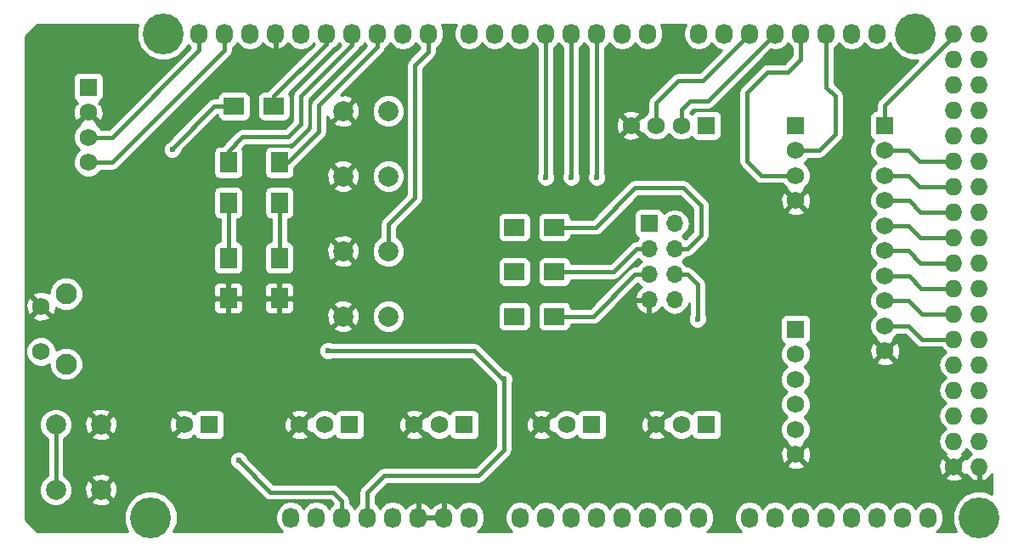
<source format=gbr>
G04 #@! TF.FileFunction,Copper,L1,Top,Signal*
%FSLAX46Y46*%
G04 Gerber Fmt 4.6, Leading zero omitted, Abs format (unit mm)*
G04 Created by KiCad (PCBNEW 4.0.7) date 03/25/18 23:56:26*
%MOMM*%
%LPD*%
G01*
G04 APERTURE LIST*
%ADD10C,0.100000*%
%ADD11C,1.727200*%
%ADD12O,1.727200X1.727200*%
%ADD13O,1.727200X2.032000*%
%ADD14C,4.064000*%
%ADD15C,2.100000*%
%ADD16C,1.750000*%
%ADD17R,1.700000X2.000000*%
%ADD18C,2.000000*%
%ADD19R,1.750000X1.750000*%
%ADD20R,1.700000X1.700000*%
%ADD21O,1.700000X1.700000*%
%ADD22R,2.000000X1.700000*%
%ADD23C,0.600000*%
%ADD24C,0.400000*%
%ADD25C,0.254000*%
G04 APERTURE END LIST*
D10*
D11*
X197358000Y-114046000D03*
D12*
X199898000Y-114046000D03*
X197358000Y-111506000D03*
X199898000Y-111506000D03*
X197358000Y-108966000D03*
X199898000Y-108966000D03*
X197358000Y-106426000D03*
X199898000Y-106426000D03*
X197358000Y-103886000D03*
X199898000Y-103886000D03*
X197358000Y-101346000D03*
X199898000Y-101346000D03*
X197358000Y-98806000D03*
X199898000Y-98806000D03*
X197358000Y-96266000D03*
X199898000Y-96266000D03*
X197358000Y-93726000D03*
X199898000Y-93726000D03*
X197358000Y-91186000D03*
X199898000Y-91186000D03*
X197358000Y-88646000D03*
X199898000Y-88646000D03*
X197358000Y-86106000D03*
X199898000Y-86106000D03*
X197358000Y-83566000D03*
X199898000Y-83566000D03*
X197358000Y-81026000D03*
X199898000Y-81026000D03*
X197358000Y-78486000D03*
X199898000Y-78486000D03*
X197358000Y-75946000D03*
X199898000Y-75946000D03*
X197358000Y-73406000D03*
X199898000Y-73406000D03*
X197358000Y-70866000D03*
X199898000Y-70866000D03*
D13*
X131318000Y-119126000D03*
X133858000Y-119126000D03*
X136398000Y-119126000D03*
X138938000Y-119126000D03*
X141478000Y-119126000D03*
X144018000Y-119126000D03*
X146558000Y-119126000D03*
X149098000Y-119126000D03*
X154178000Y-119126000D03*
X156718000Y-119126000D03*
X159258000Y-119126000D03*
X161798000Y-119126000D03*
X164338000Y-119126000D03*
X166878000Y-119126000D03*
X169418000Y-119126000D03*
X171958000Y-119126000D03*
X177038000Y-119126000D03*
X179578000Y-119126000D03*
X182118000Y-119126000D03*
X184658000Y-119126000D03*
X187198000Y-119126000D03*
X189738000Y-119126000D03*
X192278000Y-119126000D03*
X194818000Y-119126000D03*
X122174000Y-70866000D03*
X124714000Y-70866000D03*
X127254000Y-70866000D03*
X129794000Y-70866000D03*
X132334000Y-70866000D03*
X134874000Y-70866000D03*
X137414000Y-70866000D03*
X139954000Y-70866000D03*
X142494000Y-70866000D03*
X145034000Y-70866000D03*
X149098000Y-70866000D03*
X151638000Y-70866000D03*
X154178000Y-70866000D03*
X156718000Y-70866000D03*
X159258000Y-70866000D03*
X161798000Y-70866000D03*
X164338000Y-70866000D03*
X166878000Y-70866000D03*
X171958000Y-70866000D03*
X174498000Y-70866000D03*
X177038000Y-70866000D03*
X179578000Y-70866000D03*
X182118000Y-70866000D03*
X184658000Y-70866000D03*
X187198000Y-70866000D03*
X189738000Y-70866000D03*
D14*
X117348000Y-119126000D03*
X199898000Y-119126000D03*
X118618000Y-70866000D03*
X193548000Y-70866000D03*
D15*
X108916000Y-103804000D03*
D16*
X106426000Y-102544000D03*
X106426000Y-98044000D03*
D15*
X108916000Y-96794000D03*
D17*
X130175000Y-87725000D03*
X130175000Y-83725000D03*
X125095000Y-87725000D03*
X125095000Y-83725000D03*
X130175000Y-97250000D03*
X130175000Y-93250000D03*
X125095000Y-97250000D03*
X125095000Y-93250000D03*
D18*
X141025000Y-99060000D03*
X136525000Y-99060000D03*
X141025000Y-92560000D03*
X136525000Y-92560000D03*
X141025000Y-85090000D03*
X136525000Y-85090000D03*
X141025000Y-78590000D03*
X136525000Y-78590000D03*
D19*
X190500000Y-80010000D03*
D16*
X190500000Y-82510000D03*
X190500000Y-85010000D03*
X190500000Y-87510000D03*
X190500000Y-90010000D03*
X190500000Y-92510000D03*
X190500000Y-95010000D03*
X190500000Y-97510000D03*
X190500000Y-100010000D03*
X190500000Y-102510000D03*
D19*
X137160000Y-109855000D03*
D16*
X134660000Y-109855000D03*
X132160000Y-109855000D03*
D19*
X148590000Y-109855000D03*
D16*
X146090000Y-109855000D03*
X143590000Y-109855000D03*
D19*
X181610000Y-100330000D03*
D16*
X181610000Y-102830000D03*
X181610000Y-105330000D03*
X181610000Y-107830000D03*
X181610000Y-110330000D03*
X181610000Y-112830000D03*
D19*
X161290000Y-109855000D03*
D16*
X158790000Y-109855000D03*
X156290000Y-109855000D03*
D19*
X172720000Y-109855000D03*
D16*
X170220000Y-109855000D03*
X167720000Y-109855000D03*
D19*
X181610000Y-80010000D03*
D16*
X181610000Y-82510000D03*
X181610000Y-85010000D03*
X181610000Y-87510000D03*
D19*
X172720000Y-80010000D03*
D16*
X170220000Y-80010000D03*
X167720000Y-80010000D03*
X165220000Y-80010000D03*
D18*
X107895000Y-109855000D03*
X112395000Y-109855000D03*
X107895000Y-116355000D03*
X112395000Y-116355000D03*
D20*
X167005000Y-89789000D03*
D21*
X169545000Y-89789000D03*
X167005000Y-92329000D03*
X169545000Y-92329000D03*
X167005000Y-94869000D03*
X169545000Y-94869000D03*
X167005000Y-97409000D03*
X169545000Y-97409000D03*
D22*
X153575000Y-99060000D03*
X157575000Y-99060000D03*
X153575000Y-94615000D03*
X157575000Y-94615000D03*
X153575000Y-90170000D03*
X157575000Y-90170000D03*
X125635000Y-78105000D03*
X129635000Y-78105000D03*
D19*
X123190000Y-109855000D03*
D16*
X120690000Y-109855000D03*
D19*
X111125000Y-76200000D03*
D16*
X111125000Y-78700000D03*
X111125000Y-81200000D03*
X111125000Y-83700000D03*
D23*
X153162000Y-99314000D03*
X156718000Y-85217000D03*
X159258000Y-85217000D03*
X153543000Y-94615000D03*
X161798000Y-85217000D03*
X153543000Y-90170000D03*
X135001000Y-102489000D03*
X152527000Y-105283000D03*
X171831000Y-99314000D03*
X126111000Y-113411000D03*
X119507000Y-82423000D03*
D24*
X197358000Y-70866000D02*
X197358000Y-71120000D01*
X197358000Y-71120000D02*
X190500000Y-77978000D01*
X190500000Y-77978000D02*
X190500000Y-80010000D01*
X122174000Y-70866000D02*
X122174000Y-72517000D01*
X113491000Y-81200000D02*
X111125000Y-81200000D01*
X122174000Y-72517000D02*
X113491000Y-81200000D01*
X124714000Y-70866000D02*
X124714000Y-72517000D01*
X113531000Y-83700000D02*
X111125000Y-83700000D01*
X124714000Y-72517000D02*
X113531000Y-83700000D01*
X129635000Y-78105000D02*
X129635000Y-77121000D01*
X134874000Y-71882000D02*
X134874000Y-70866000D01*
X129635000Y-77121000D02*
X134874000Y-71882000D01*
X125095000Y-83725000D02*
X125095000Y-82550000D01*
X137414000Y-72009000D02*
X137414000Y-70866000D01*
X132334000Y-77089000D02*
X137414000Y-72009000D01*
X132334000Y-79883000D02*
X132334000Y-77089000D01*
X131064000Y-81153000D02*
X132334000Y-79883000D01*
X126492000Y-81153000D02*
X131064000Y-81153000D01*
X125095000Y-82550000D02*
X126492000Y-81153000D01*
X130175000Y-83725000D02*
X131032000Y-83725000D01*
X139954000Y-72136000D02*
X139954000Y-70866000D01*
X136398000Y-75692000D02*
X139954000Y-72136000D01*
X136398000Y-75692000D02*
X136398000Y-75692000D01*
X134112000Y-77978000D02*
X136398000Y-75692000D01*
X134112000Y-80645000D02*
X134112000Y-77978000D01*
X131032000Y-83725000D02*
X134112000Y-80645000D01*
X145034000Y-70866000D02*
X145034000Y-72644000D01*
X141025000Y-89861000D02*
X141025000Y-92560000D01*
X143637000Y-87249000D02*
X141025000Y-89861000D01*
X143637000Y-74041000D02*
X143637000Y-87249000D01*
X145034000Y-72644000D02*
X143637000Y-74041000D01*
X156718000Y-70866000D02*
X156718000Y-85217000D01*
X153162000Y-99314000D02*
X153575000Y-99060000D01*
X159258000Y-70866000D02*
X159258000Y-85217000D01*
X153543000Y-94615000D02*
X153575000Y-94615000D01*
X161798000Y-70866000D02*
X161798000Y-85217000D01*
X153543000Y-90170000D02*
X153575000Y-90170000D01*
X152527000Y-105283000D02*
X152400000Y-105283000D01*
X149606000Y-102489000D02*
X135001000Y-102489000D01*
X152400000Y-105283000D02*
X149606000Y-102489000D01*
X169545000Y-94869000D02*
X170815000Y-94869000D01*
X138938000Y-116586000D02*
X138938000Y-119126000D01*
X140589000Y-114935000D02*
X138938000Y-116586000D01*
X149987000Y-114935000D02*
X140589000Y-114935000D01*
X152527000Y-112395000D02*
X149987000Y-114935000D01*
X152527000Y-105283000D02*
X152527000Y-112395000D01*
X171831000Y-95885000D02*
X171831000Y-99314000D01*
X170815000Y-94869000D02*
X171831000Y-95885000D01*
X167720000Y-80010000D02*
X167720000Y-77771000D01*
X172339000Y-75565000D02*
X177038000Y-70866000D01*
X169926000Y-75565000D02*
X172339000Y-75565000D01*
X167720000Y-77771000D02*
X169926000Y-75565000D01*
X130175000Y-93250000D02*
X130175000Y-87725000D01*
X125095000Y-93250000D02*
X125095000Y-87725000D01*
X190500000Y-82510000D02*
X192873000Y-82510000D01*
X193929000Y-83566000D02*
X197358000Y-83566000D01*
X192873000Y-82510000D02*
X193929000Y-83566000D01*
X190500000Y-85010000D02*
X192833000Y-85010000D01*
X193929000Y-86106000D02*
X197358000Y-86106000D01*
X192833000Y-85010000D02*
X193929000Y-86106000D01*
X190500000Y-87510000D02*
X192906000Y-87510000D01*
X194042000Y-88646000D02*
X197358000Y-88646000D01*
X192906000Y-87510000D02*
X194042000Y-88646000D01*
X190500000Y-90010000D02*
X192880000Y-90010000D01*
X194056000Y-91186000D02*
X197358000Y-91186000D01*
X192880000Y-90010000D02*
X194056000Y-91186000D01*
X190500000Y-92510000D02*
X192859000Y-92510000D01*
X194075000Y-93726000D02*
X197358000Y-93726000D01*
X192859000Y-92510000D02*
X194075000Y-93726000D01*
X190500000Y-95010000D02*
X192899000Y-95010000D01*
X194155000Y-96266000D02*
X197358000Y-96266000D01*
X192899000Y-95010000D02*
X194155000Y-96266000D01*
X190500000Y-97510000D02*
X192887000Y-97510000D01*
X194183000Y-98806000D02*
X197358000Y-98806000D01*
X192887000Y-97510000D02*
X194183000Y-98806000D01*
X190500000Y-100010000D02*
X192847000Y-100010000D01*
X194183000Y-101346000D02*
X197358000Y-101346000D01*
X192847000Y-100010000D02*
X194183000Y-101346000D01*
X181610000Y-82510000D02*
X183936000Y-82510000D01*
X184658000Y-76200000D02*
X184658000Y-70866000D01*
X185547000Y-77089000D02*
X184658000Y-76200000D01*
X185547000Y-80899000D02*
X185547000Y-77089000D01*
X183936000Y-82510000D02*
X185547000Y-80899000D01*
X181610000Y-85010000D02*
X178228000Y-85010000D01*
X182118000Y-73406000D02*
X182118000Y-70866000D01*
X180848000Y-74676000D02*
X182118000Y-73406000D01*
X178816000Y-74676000D02*
X180848000Y-74676000D01*
X176784000Y-76708000D02*
X178816000Y-74676000D01*
X176784000Y-83566000D02*
X176784000Y-76708000D01*
X178228000Y-85010000D02*
X176784000Y-83566000D01*
X170220000Y-80010000D02*
X170220000Y-78446000D01*
X172847000Y-77597000D02*
X179578000Y-70866000D01*
X171069000Y-77597000D02*
X172847000Y-77597000D01*
X170220000Y-78446000D02*
X171069000Y-77597000D01*
X167005000Y-92329000D02*
X165735000Y-92329000D01*
X163449000Y-94615000D02*
X157575000Y-94615000D01*
X165735000Y-92329000D02*
X163449000Y-94615000D01*
X167005000Y-94869000D02*
X165608000Y-94869000D01*
X161417000Y-99060000D02*
X157575000Y-99060000D01*
X165608000Y-94869000D02*
X161417000Y-99060000D01*
X107895000Y-109855000D02*
X107895000Y-116355000D01*
X136398000Y-119126000D02*
X136398000Y-117475000D01*
X135509000Y-116586000D02*
X136398000Y-117475000D01*
X129286000Y-116586000D02*
X135509000Y-116586000D01*
X129286000Y-116586000D02*
X126111000Y-113411000D01*
X125635000Y-78105000D02*
X123698000Y-78105000D01*
X119507000Y-82296000D02*
X119507000Y-82423000D01*
X123698000Y-78105000D02*
X119507000Y-82296000D01*
X169545000Y-92329000D02*
X170815000Y-92329000D01*
X161671000Y-90170000D02*
X157575000Y-90170000D01*
X165608000Y-86233000D02*
X161671000Y-90170000D01*
X170434000Y-86233000D02*
X165608000Y-86233000D01*
X172212000Y-88011000D02*
X170434000Y-86233000D01*
X172212000Y-90932000D02*
X172212000Y-88011000D01*
X170815000Y-92329000D02*
X172212000Y-90932000D01*
D25*
G36*
X115951464Y-70333173D02*
X115950538Y-71394172D01*
X116355709Y-72374761D01*
X117105293Y-73125655D01*
X118085173Y-73532536D01*
X119146172Y-73533462D01*
X120126761Y-73128291D01*
X120877655Y-72378707D01*
X121037071Y-71994789D01*
X121114330Y-72110415D01*
X121285407Y-72224725D01*
X113145132Y-80365000D01*
X112413807Y-80365000D01*
X112405862Y-80345771D01*
X111981463Y-79920630D01*
X111958531Y-79911108D01*
X112007455Y-79762060D01*
X111125000Y-78879605D01*
X110242545Y-79762060D01*
X110291318Y-79910648D01*
X110270771Y-79919138D01*
X109845630Y-80343537D01*
X109615262Y-80898325D01*
X109614738Y-81499040D01*
X109844138Y-82054229D01*
X110239536Y-82450318D01*
X109845630Y-82843537D01*
X109615262Y-83398325D01*
X109614738Y-83999040D01*
X109844138Y-84554229D01*
X110268537Y-84979370D01*
X110823325Y-85209738D01*
X111424040Y-85210262D01*
X111979229Y-84980862D01*
X112404370Y-84556463D01*
X112413282Y-84535000D01*
X113531000Y-84535000D01*
X113850541Y-84471439D01*
X114121434Y-84290434D01*
X115803701Y-82608167D01*
X118571838Y-82608167D01*
X118713883Y-82951943D01*
X118976673Y-83215192D01*
X119320201Y-83357838D01*
X119692167Y-83358162D01*
X120035943Y-83216117D01*
X120299192Y-82953327D01*
X120441838Y-82609799D01*
X120441897Y-82541971D01*
X123994102Y-78989766D01*
X124031838Y-79190317D01*
X124170910Y-79406441D01*
X124383110Y-79551431D01*
X124635000Y-79602440D01*
X126635000Y-79602440D01*
X126870317Y-79558162D01*
X127086441Y-79419090D01*
X127231431Y-79206890D01*
X127282440Y-78955000D01*
X127282440Y-77255000D01*
X127238162Y-77019683D01*
X127099090Y-76803559D01*
X126886890Y-76658569D01*
X126635000Y-76607560D01*
X124635000Y-76607560D01*
X124399683Y-76651838D01*
X124183559Y-76790910D01*
X124038569Y-77003110D01*
X123987560Y-77255000D01*
X123987560Y-77270000D01*
X123698000Y-77270000D01*
X123378459Y-77333561D01*
X123202011Y-77451460D01*
X123107566Y-77514566D01*
X119002242Y-81619890D01*
X118978057Y-81629883D01*
X118714808Y-81892673D01*
X118572162Y-82236201D01*
X118571838Y-82608167D01*
X115803701Y-82608167D01*
X125304434Y-73107434D01*
X125438066Y-72907439D01*
X125485439Y-72836541D01*
X125549000Y-72517000D01*
X125549000Y-72260535D01*
X125773670Y-72110415D01*
X125984000Y-71795634D01*
X126194330Y-72110415D01*
X126680511Y-72435271D01*
X127254000Y-72549345D01*
X127827489Y-72435271D01*
X128313670Y-72110415D01*
X128520461Y-71800931D01*
X128891964Y-72216732D01*
X129419209Y-72470709D01*
X129434974Y-72473358D01*
X129667000Y-72352217D01*
X129667000Y-70993000D01*
X129647000Y-70993000D01*
X129647000Y-70739000D01*
X129667000Y-70739000D01*
X129667000Y-70719000D01*
X129921000Y-70719000D01*
X129921000Y-70739000D01*
X129941000Y-70739000D01*
X129941000Y-70993000D01*
X129921000Y-70993000D01*
X129921000Y-72352217D01*
X130153026Y-72473358D01*
X130168791Y-72470709D01*
X130696036Y-72216732D01*
X131067539Y-71800931D01*
X131274330Y-72110415D01*
X131760511Y-72435271D01*
X132334000Y-72549345D01*
X132907489Y-72435271D01*
X133393670Y-72110415D01*
X133604000Y-71795634D01*
X133674295Y-71900837D01*
X129044566Y-76530566D01*
X128993120Y-76607560D01*
X128635000Y-76607560D01*
X128399683Y-76651838D01*
X128183559Y-76790910D01*
X128038569Y-77003110D01*
X127987560Y-77255000D01*
X127987560Y-78955000D01*
X128031838Y-79190317D01*
X128170910Y-79406441D01*
X128383110Y-79551431D01*
X128635000Y-79602440D01*
X130635000Y-79602440D01*
X130870317Y-79558162D01*
X131086441Y-79419090D01*
X131231431Y-79206890D01*
X131282440Y-78955000D01*
X131282440Y-77255000D01*
X131238162Y-77019683D01*
X131112488Y-76824380D01*
X135464434Y-72472434D01*
X135475722Y-72455540D01*
X135522961Y-72384842D01*
X135933670Y-72110415D01*
X136144000Y-71795634D01*
X136265164Y-71976968D01*
X131743566Y-76498566D01*
X131562561Y-76769459D01*
X131499000Y-77089000D01*
X131499000Y-79537132D01*
X130718132Y-80318000D01*
X126492000Y-80318000D01*
X126172459Y-80381561D01*
X125959353Y-80523954D01*
X125901566Y-80562566D01*
X124504566Y-81959566D01*
X124425725Y-82077560D01*
X124245000Y-82077560D01*
X124009683Y-82121838D01*
X123793559Y-82260910D01*
X123648569Y-82473110D01*
X123597560Y-82725000D01*
X123597560Y-84725000D01*
X123641838Y-84960317D01*
X123780910Y-85176441D01*
X123993110Y-85321431D01*
X124245000Y-85372440D01*
X125945000Y-85372440D01*
X126180317Y-85328162D01*
X126396441Y-85189090D01*
X126541431Y-84976890D01*
X126592440Y-84725000D01*
X126592440Y-82725000D01*
X126548162Y-82489683D01*
X126465165Y-82360703D01*
X126837868Y-81988000D01*
X131064000Y-81988000D01*
X131383541Y-81924439D01*
X131654434Y-81743434D01*
X132924434Y-80473434D01*
X132958031Y-80423152D01*
X133105439Y-80202541D01*
X133169000Y-79883000D01*
X133169000Y-77434868D01*
X138004434Y-72599434D01*
X138037902Y-72549345D01*
X138185439Y-72328541D01*
X138191297Y-72299091D01*
X138473670Y-72110415D01*
X138684000Y-71795634D01*
X138856033Y-72053099D01*
X133521566Y-77387566D01*
X133340561Y-77658459D01*
X133277000Y-77978000D01*
X133277000Y-80299132D01*
X131378284Y-82197848D01*
X131276890Y-82128569D01*
X131025000Y-82077560D01*
X129325000Y-82077560D01*
X129089683Y-82121838D01*
X128873559Y-82260910D01*
X128728569Y-82473110D01*
X128677560Y-82725000D01*
X128677560Y-84725000D01*
X128721838Y-84960317D01*
X128860910Y-85176441D01*
X129073110Y-85321431D01*
X129325000Y-85372440D01*
X131025000Y-85372440D01*
X131260317Y-85328162D01*
X131476441Y-85189090D01*
X131621431Y-84976890D01*
X131652096Y-84825461D01*
X134879092Y-84825461D01*
X134903144Y-85475460D01*
X135105613Y-85964264D01*
X135372468Y-86062927D01*
X136345395Y-85090000D01*
X136704605Y-85090000D01*
X137677532Y-86062927D01*
X137944387Y-85964264D01*
X138148893Y-85413795D01*
X139389716Y-85413795D01*
X139638106Y-86014943D01*
X140097637Y-86475278D01*
X140698352Y-86724716D01*
X141348795Y-86725284D01*
X141949943Y-86476894D01*
X142410278Y-86017363D01*
X142659716Y-85416648D01*
X142660284Y-84766205D01*
X142411894Y-84165057D01*
X141952363Y-83704722D01*
X141351648Y-83455284D01*
X140701205Y-83454716D01*
X140100057Y-83703106D01*
X139639722Y-84162637D01*
X139390284Y-84763352D01*
X139389716Y-85413795D01*
X138148893Y-85413795D01*
X138170908Y-85354539D01*
X138146856Y-84704540D01*
X137944387Y-84215736D01*
X137677532Y-84117073D01*
X136704605Y-85090000D01*
X136345395Y-85090000D01*
X135372468Y-84117073D01*
X135105613Y-84215736D01*
X134879092Y-84825461D01*
X131652096Y-84825461D01*
X131672440Y-84725000D01*
X131672440Y-84265428D01*
X132000400Y-83937468D01*
X135552073Y-83937468D01*
X136525000Y-84910395D01*
X137497927Y-83937468D01*
X137399264Y-83670613D01*
X136789539Y-83444092D01*
X136139540Y-83468144D01*
X135650736Y-83670613D01*
X135552073Y-83937468D01*
X132000400Y-83937468D01*
X134702434Y-81235434D01*
X134883440Y-80964540D01*
X134947000Y-80645000D01*
X134947000Y-79742532D01*
X135552073Y-79742532D01*
X135650736Y-80009387D01*
X136260461Y-80235908D01*
X136910460Y-80211856D01*
X137399264Y-80009387D01*
X137497927Y-79742532D01*
X136525000Y-78769605D01*
X135552073Y-79742532D01*
X134947000Y-79742532D01*
X134947000Y-79081338D01*
X135105613Y-79464264D01*
X135372468Y-79562927D01*
X136345395Y-78590000D01*
X136704605Y-78590000D01*
X137677532Y-79562927D01*
X137944387Y-79464264D01*
X138148893Y-78913795D01*
X139389716Y-78913795D01*
X139638106Y-79514943D01*
X140097637Y-79975278D01*
X140698352Y-80224716D01*
X141348795Y-80225284D01*
X141949943Y-79976894D01*
X142410278Y-79517363D01*
X142659716Y-78916648D01*
X142660284Y-78266205D01*
X142411894Y-77665057D01*
X141952363Y-77204722D01*
X141351648Y-76955284D01*
X140701205Y-76954716D01*
X140100057Y-77203106D01*
X139639722Y-77662637D01*
X139390284Y-78263352D01*
X139389716Y-78913795D01*
X138148893Y-78913795D01*
X138170908Y-78854539D01*
X138146856Y-78204540D01*
X137944387Y-77715736D01*
X137677532Y-77617073D01*
X136704605Y-78590000D01*
X136345395Y-78590000D01*
X136331253Y-78575858D01*
X136510858Y-78396253D01*
X136525000Y-78410395D01*
X137497927Y-77437468D01*
X137399264Y-77170613D01*
X136789539Y-76944092D01*
X136308994Y-76961874D01*
X140544434Y-72726434D01*
X140593208Y-72653439D01*
X140725439Y-72455541D01*
X140760431Y-72279624D01*
X141013670Y-72110415D01*
X141224000Y-71795634D01*
X141434330Y-72110415D01*
X141920511Y-72435271D01*
X142494000Y-72549345D01*
X143067489Y-72435271D01*
X143553670Y-72110415D01*
X143764000Y-71795634D01*
X143974330Y-72110415D01*
X144199000Y-72260535D01*
X144199000Y-72298132D01*
X143046566Y-73450566D01*
X142865561Y-73721459D01*
X142802000Y-74041000D01*
X142802000Y-86903132D01*
X140434566Y-89270566D01*
X140253561Y-89541459D01*
X140190000Y-89861000D01*
X140190000Y-91135942D01*
X140100057Y-91173106D01*
X139639722Y-91632637D01*
X139390284Y-92233352D01*
X139389716Y-92883795D01*
X139638106Y-93484943D01*
X140097637Y-93945278D01*
X140698352Y-94194716D01*
X141348795Y-94195284D01*
X141949943Y-93946894D01*
X142132155Y-93765000D01*
X151927560Y-93765000D01*
X151927560Y-95465000D01*
X151971838Y-95700317D01*
X152110910Y-95916441D01*
X152323110Y-96061431D01*
X152575000Y-96112440D01*
X154575000Y-96112440D01*
X154810317Y-96068162D01*
X155026441Y-95929090D01*
X155171431Y-95716890D01*
X155222440Y-95465000D01*
X155222440Y-93765000D01*
X155178162Y-93529683D01*
X155039090Y-93313559D01*
X154826890Y-93168569D01*
X154575000Y-93117560D01*
X152575000Y-93117560D01*
X152339683Y-93161838D01*
X152123559Y-93300910D01*
X151978569Y-93513110D01*
X151927560Y-93765000D01*
X142132155Y-93765000D01*
X142410278Y-93487363D01*
X142659716Y-92886648D01*
X142660284Y-92236205D01*
X142411894Y-91635057D01*
X141952363Y-91174722D01*
X141860000Y-91136370D01*
X141860000Y-90206868D01*
X142746868Y-89320000D01*
X151927560Y-89320000D01*
X151927560Y-91020000D01*
X151971838Y-91255317D01*
X152110910Y-91471441D01*
X152323110Y-91616431D01*
X152575000Y-91667440D01*
X154575000Y-91667440D01*
X154810317Y-91623162D01*
X155026441Y-91484090D01*
X155171431Y-91271890D01*
X155222440Y-91020000D01*
X155222440Y-89320000D01*
X155927560Y-89320000D01*
X155927560Y-91020000D01*
X155971838Y-91255317D01*
X156110910Y-91471441D01*
X156323110Y-91616431D01*
X156575000Y-91667440D01*
X158575000Y-91667440D01*
X158810317Y-91623162D01*
X159026441Y-91484090D01*
X159171431Y-91271890D01*
X159222440Y-91020000D01*
X159222440Y-91005000D01*
X161671000Y-91005000D01*
X161990541Y-90941439D01*
X162261434Y-90760434D01*
X165953868Y-87068000D01*
X170088132Y-87068000D01*
X171377000Y-88356868D01*
X171377000Y-90586132D01*
X170648195Y-91314937D01*
X170624147Y-91278946D01*
X170294974Y-91059000D01*
X170624147Y-90839054D01*
X170946054Y-90357285D01*
X171059093Y-89789000D01*
X170946054Y-89220715D01*
X170624147Y-88738946D01*
X170142378Y-88417039D01*
X169574093Y-88304000D01*
X169515907Y-88304000D01*
X168947622Y-88417039D01*
X168465853Y-88738946D01*
X168465029Y-88740179D01*
X168458162Y-88703683D01*
X168319090Y-88487559D01*
X168106890Y-88342569D01*
X167855000Y-88291560D01*
X166155000Y-88291560D01*
X165919683Y-88335838D01*
X165703559Y-88474910D01*
X165558569Y-88687110D01*
X165507560Y-88939000D01*
X165507560Y-90639000D01*
X165551838Y-90874317D01*
X165690910Y-91090441D01*
X165903110Y-91235431D01*
X165970541Y-91249086D01*
X165925853Y-91278946D01*
X165782159Y-91494000D01*
X165735000Y-91494000D01*
X165415459Y-91557561D01*
X165223632Y-91685736D01*
X165144566Y-91738566D01*
X163103132Y-93780000D01*
X159222440Y-93780000D01*
X159222440Y-93765000D01*
X159178162Y-93529683D01*
X159039090Y-93313559D01*
X158826890Y-93168569D01*
X158575000Y-93117560D01*
X156575000Y-93117560D01*
X156339683Y-93161838D01*
X156123559Y-93300910D01*
X155978569Y-93513110D01*
X155927560Y-93765000D01*
X155927560Y-95465000D01*
X155971838Y-95700317D01*
X156110910Y-95916441D01*
X156323110Y-96061431D01*
X156575000Y-96112440D01*
X158575000Y-96112440D01*
X158810317Y-96068162D01*
X159026441Y-95929090D01*
X159171431Y-95716890D01*
X159222440Y-95465000D01*
X159222440Y-95450000D01*
X163449000Y-95450000D01*
X163768541Y-95386439D01*
X164039434Y-95205434D01*
X165901805Y-93343063D01*
X165925853Y-93379054D01*
X166255026Y-93599000D01*
X165925853Y-93818946D01*
X165782159Y-94034000D01*
X165608000Y-94034000D01*
X165288459Y-94097561D01*
X165077438Y-94238561D01*
X165017566Y-94278566D01*
X161071132Y-98225000D01*
X159222440Y-98225000D01*
X159222440Y-98210000D01*
X159178162Y-97974683D01*
X159039090Y-97758559D01*
X158826890Y-97613569D01*
X158575000Y-97562560D01*
X156575000Y-97562560D01*
X156339683Y-97606838D01*
X156123559Y-97745910D01*
X155978569Y-97958110D01*
X155927560Y-98210000D01*
X155927560Y-99910000D01*
X155971838Y-100145317D01*
X156110910Y-100361441D01*
X156323110Y-100506431D01*
X156575000Y-100557440D01*
X158575000Y-100557440D01*
X158810317Y-100513162D01*
X159026441Y-100374090D01*
X159171431Y-100161890D01*
X159222440Y-99910000D01*
X159222440Y-99895000D01*
X161417000Y-99895000D01*
X161736541Y-99831439D01*
X162007434Y-99650434D01*
X163891978Y-97765890D01*
X165563524Y-97765890D01*
X165733355Y-98175924D01*
X166123642Y-98604183D01*
X166648108Y-98850486D01*
X166878000Y-98729819D01*
X166878000Y-97536000D01*
X165684845Y-97536000D01*
X165563524Y-97765890D01*
X163891978Y-97765890D01*
X165850936Y-95806932D01*
X165925853Y-95919054D01*
X166266553Y-96146702D01*
X166123642Y-96213817D01*
X165733355Y-96642076D01*
X165563524Y-97052110D01*
X165684845Y-97282000D01*
X166878000Y-97282000D01*
X166878000Y-97262000D01*
X167132000Y-97262000D01*
X167132000Y-97282000D01*
X167152000Y-97282000D01*
X167152000Y-97536000D01*
X167132000Y-97536000D01*
X167132000Y-98729819D01*
X167361892Y-98850486D01*
X167886358Y-98604183D01*
X168276645Y-98175924D01*
X168276655Y-98175899D01*
X168465853Y-98459054D01*
X168947622Y-98780961D01*
X169515907Y-98894000D01*
X169574093Y-98894000D01*
X170142378Y-98780961D01*
X170624147Y-98459054D01*
X170946054Y-97977285D01*
X170996000Y-97726190D01*
X170996000Y-98886766D01*
X170896162Y-99127201D01*
X170895838Y-99499167D01*
X171037883Y-99842943D01*
X171300673Y-100106192D01*
X171644201Y-100248838D01*
X172016167Y-100249162D01*
X172359943Y-100107117D01*
X172623192Y-99844327D01*
X172765838Y-99500799D01*
X172765877Y-99455000D01*
X180087560Y-99455000D01*
X180087560Y-101205000D01*
X180131838Y-101440317D01*
X180270910Y-101656441D01*
X180483110Y-101801431D01*
X180499676Y-101804786D01*
X180330630Y-101973537D01*
X180100262Y-102528325D01*
X180099738Y-103129040D01*
X180329138Y-103684229D01*
X180724536Y-104080318D01*
X180330630Y-104473537D01*
X180100262Y-105028325D01*
X180099738Y-105629040D01*
X180329138Y-106184229D01*
X180724536Y-106580318D01*
X180330630Y-106973537D01*
X180100262Y-107528325D01*
X180099738Y-108129040D01*
X180329138Y-108684229D01*
X180724536Y-109080318D01*
X180330630Y-109473537D01*
X180100262Y-110028325D01*
X180099738Y-110629040D01*
X180329138Y-111184229D01*
X180753537Y-111609370D01*
X180776469Y-111618892D01*
X180727545Y-111767940D01*
X181610000Y-112650395D01*
X182492455Y-111767940D01*
X182443682Y-111619352D01*
X182464229Y-111610862D01*
X182889370Y-111186463D01*
X183119738Y-110631675D01*
X183120262Y-110030960D01*
X182890862Y-109475771D01*
X182495464Y-109079682D01*
X182889370Y-108686463D01*
X183119738Y-108131675D01*
X183120262Y-107530960D01*
X182890862Y-106975771D01*
X182495464Y-106579682D01*
X182889370Y-106186463D01*
X183119738Y-105631675D01*
X183120262Y-105030960D01*
X182890862Y-104475771D01*
X182495464Y-104079682D01*
X182889370Y-103686463D01*
X182936874Y-103572060D01*
X189617545Y-103572060D01*
X189700884Y-103825953D01*
X190265306Y-104031590D01*
X190865458Y-104005579D01*
X191299116Y-103825953D01*
X191382455Y-103572060D01*
X190500000Y-102689605D01*
X189617545Y-103572060D01*
X182936874Y-103572060D01*
X183119738Y-103131675D01*
X183120262Y-102530960D01*
X183014628Y-102275306D01*
X188978410Y-102275306D01*
X189004421Y-102875458D01*
X189184047Y-103309116D01*
X189437940Y-103392455D01*
X190320395Y-102510000D01*
X190679605Y-102510000D01*
X191562060Y-103392455D01*
X191815953Y-103309116D01*
X192021590Y-102744694D01*
X191995579Y-102144542D01*
X191815953Y-101710884D01*
X191562060Y-101627545D01*
X190679605Y-102510000D01*
X190320395Y-102510000D01*
X189437940Y-101627545D01*
X189184047Y-101710884D01*
X188978410Y-102275306D01*
X183014628Y-102275306D01*
X182890862Y-101975771D01*
X182722283Y-101806897D01*
X182936441Y-101669090D01*
X183081431Y-101456890D01*
X183132440Y-101205000D01*
X183132440Y-99455000D01*
X183088162Y-99219683D01*
X182949090Y-99003559D01*
X182736890Y-98858569D01*
X182485000Y-98807560D01*
X180735000Y-98807560D01*
X180499683Y-98851838D01*
X180283559Y-98990910D01*
X180138569Y-99203110D01*
X180087560Y-99455000D01*
X172765877Y-99455000D01*
X172766162Y-99128833D01*
X172666000Y-98886422D01*
X172666000Y-95885000D01*
X172602439Y-95565459D01*
X172421434Y-95294566D01*
X171405434Y-94278566D01*
X171345562Y-94238561D01*
X171134541Y-94097561D01*
X170815000Y-94034000D01*
X170767841Y-94034000D01*
X170624147Y-93818946D01*
X170294974Y-93599000D01*
X170624147Y-93379054D01*
X170767841Y-93164000D01*
X170815000Y-93164000D01*
X171134541Y-93100439D01*
X171405434Y-92919434D01*
X172802434Y-91522434D01*
X172879252Y-91407468D01*
X172983439Y-91251541D01*
X173047000Y-90932000D01*
X173047000Y-88572060D01*
X180727545Y-88572060D01*
X180810884Y-88825953D01*
X181375306Y-89031590D01*
X181975458Y-89005579D01*
X182409116Y-88825953D01*
X182492455Y-88572060D01*
X181610000Y-87689605D01*
X180727545Y-88572060D01*
X173047000Y-88572060D01*
X173047000Y-88011000D01*
X173020039Y-87875458D01*
X172983440Y-87691460D01*
X172802434Y-87420566D01*
X172657174Y-87275306D01*
X180088410Y-87275306D01*
X180114421Y-87875458D01*
X180294047Y-88309116D01*
X180547940Y-88392455D01*
X181430395Y-87510000D01*
X181789605Y-87510000D01*
X182672060Y-88392455D01*
X182925953Y-88309116D01*
X183131590Y-87744694D01*
X183105579Y-87144542D01*
X182925953Y-86710884D01*
X182672060Y-86627545D01*
X181789605Y-87510000D01*
X181430395Y-87510000D01*
X180547940Y-86627545D01*
X180294047Y-86710884D01*
X180088410Y-87275306D01*
X172657174Y-87275306D01*
X171024434Y-85642566D01*
X170865756Y-85536541D01*
X170753541Y-85461561D01*
X170434000Y-85398000D01*
X165608000Y-85398000D01*
X165288460Y-85461560D01*
X165017566Y-85642566D01*
X161325132Y-89335000D01*
X159222440Y-89335000D01*
X159222440Y-89320000D01*
X159178162Y-89084683D01*
X159039090Y-88868559D01*
X158826890Y-88723569D01*
X158575000Y-88672560D01*
X156575000Y-88672560D01*
X156339683Y-88716838D01*
X156123559Y-88855910D01*
X155978569Y-89068110D01*
X155927560Y-89320000D01*
X155222440Y-89320000D01*
X155178162Y-89084683D01*
X155039090Y-88868559D01*
X154826890Y-88723569D01*
X154575000Y-88672560D01*
X152575000Y-88672560D01*
X152339683Y-88716838D01*
X152123559Y-88855910D01*
X151978569Y-89068110D01*
X151927560Y-89320000D01*
X142746868Y-89320000D01*
X144227434Y-87839434D01*
X144326307Y-87691460D01*
X144408439Y-87568541D01*
X144472000Y-87249000D01*
X144472000Y-74386868D01*
X145624434Y-73234434D01*
X145643433Y-73206000D01*
X145805439Y-72963541D01*
X145869000Y-72644000D01*
X145869000Y-72260535D01*
X146093670Y-72110415D01*
X146418526Y-71624234D01*
X146532600Y-71050745D01*
X146532600Y-70681255D01*
X146418526Y-70107766D01*
X146331151Y-69977000D01*
X147800849Y-69977000D01*
X147713474Y-70107766D01*
X147599400Y-70681255D01*
X147599400Y-71050745D01*
X147713474Y-71624234D01*
X148038330Y-72110415D01*
X148524511Y-72435271D01*
X149098000Y-72549345D01*
X149671489Y-72435271D01*
X150157670Y-72110415D01*
X150368000Y-71795634D01*
X150578330Y-72110415D01*
X151064511Y-72435271D01*
X151638000Y-72549345D01*
X152211489Y-72435271D01*
X152697670Y-72110415D01*
X152908000Y-71795634D01*
X153118330Y-72110415D01*
X153604511Y-72435271D01*
X154178000Y-72549345D01*
X154751489Y-72435271D01*
X155237670Y-72110415D01*
X155448000Y-71795634D01*
X155658330Y-72110415D01*
X155883000Y-72260535D01*
X155883000Y-84789766D01*
X155783162Y-85030201D01*
X155782838Y-85402167D01*
X155924883Y-85745943D01*
X156187673Y-86009192D01*
X156531201Y-86151838D01*
X156903167Y-86152162D01*
X157246943Y-86010117D01*
X157510192Y-85747327D01*
X157652838Y-85403799D01*
X157653162Y-85031833D01*
X157553000Y-84789422D01*
X157553000Y-72260535D01*
X157777670Y-72110415D01*
X157988000Y-71795634D01*
X158198330Y-72110415D01*
X158423000Y-72260535D01*
X158423000Y-84789766D01*
X158323162Y-85030201D01*
X158322838Y-85402167D01*
X158464883Y-85745943D01*
X158727673Y-86009192D01*
X159071201Y-86151838D01*
X159443167Y-86152162D01*
X159786943Y-86010117D01*
X160050192Y-85747327D01*
X160192838Y-85403799D01*
X160193162Y-85031833D01*
X160093000Y-84789422D01*
X160093000Y-72260535D01*
X160317670Y-72110415D01*
X160528000Y-71795634D01*
X160738330Y-72110415D01*
X160963000Y-72260535D01*
X160963000Y-84789766D01*
X160863162Y-85030201D01*
X160862838Y-85402167D01*
X161004883Y-85745943D01*
X161267673Y-86009192D01*
X161611201Y-86151838D01*
X161983167Y-86152162D01*
X162326943Y-86010117D01*
X162590192Y-85747327D01*
X162732838Y-85403799D01*
X162733162Y-85031833D01*
X162633000Y-84789422D01*
X162633000Y-81072060D01*
X164337545Y-81072060D01*
X164420884Y-81325953D01*
X164985306Y-81531590D01*
X165585458Y-81505579D01*
X166019116Y-81325953D01*
X166102455Y-81072060D01*
X165220000Y-80189605D01*
X164337545Y-81072060D01*
X162633000Y-81072060D01*
X162633000Y-79775306D01*
X163698410Y-79775306D01*
X163724421Y-80375458D01*
X163904047Y-80809116D01*
X164157940Y-80892455D01*
X165040395Y-80010000D01*
X164157940Y-79127545D01*
X163904047Y-79210884D01*
X163698410Y-79775306D01*
X162633000Y-79775306D01*
X162633000Y-78947940D01*
X164337545Y-78947940D01*
X165220000Y-79830395D01*
X166102455Y-78947940D01*
X166019116Y-78694047D01*
X165454694Y-78488410D01*
X164854542Y-78514421D01*
X164420884Y-78694047D01*
X164337545Y-78947940D01*
X162633000Y-78947940D01*
X162633000Y-72260535D01*
X162857670Y-72110415D01*
X163068000Y-71795634D01*
X163278330Y-72110415D01*
X163764511Y-72435271D01*
X164338000Y-72549345D01*
X164911489Y-72435271D01*
X165397670Y-72110415D01*
X165608000Y-71795634D01*
X165818330Y-72110415D01*
X166304511Y-72435271D01*
X166878000Y-72549345D01*
X167451489Y-72435271D01*
X167937670Y-72110415D01*
X168262526Y-71624234D01*
X168376600Y-71050745D01*
X168376600Y-70681255D01*
X168262526Y-70107766D01*
X168175151Y-69977000D01*
X170660849Y-69977000D01*
X170573474Y-70107766D01*
X170459400Y-70681255D01*
X170459400Y-71050745D01*
X170573474Y-71624234D01*
X170898330Y-72110415D01*
X171384511Y-72435271D01*
X171958000Y-72549345D01*
X172531489Y-72435271D01*
X173017670Y-72110415D01*
X173228000Y-71795634D01*
X173438330Y-72110415D01*
X173924511Y-72435271D01*
X174227577Y-72495555D01*
X171993132Y-74730000D01*
X169926000Y-74730000D01*
X169606459Y-74793561D01*
X169416390Y-74920561D01*
X169335566Y-74974566D01*
X167129566Y-77180566D01*
X166948561Y-77451459D01*
X166885000Y-77771000D01*
X166885000Y-78721193D01*
X166865771Y-78729138D01*
X166440630Y-79153537D01*
X166431108Y-79176469D01*
X166282060Y-79127545D01*
X165399605Y-80010000D01*
X166282060Y-80892455D01*
X166430648Y-80843682D01*
X166439138Y-80864229D01*
X166863537Y-81289370D01*
X167418325Y-81519738D01*
X168019040Y-81520262D01*
X168574229Y-81290862D01*
X168970318Y-80895464D01*
X169363537Y-81289370D01*
X169918325Y-81519738D01*
X170519040Y-81520262D01*
X171074229Y-81290862D01*
X171243103Y-81122283D01*
X171380910Y-81336441D01*
X171593110Y-81481431D01*
X171845000Y-81532440D01*
X173595000Y-81532440D01*
X173830317Y-81488162D01*
X174046441Y-81349090D01*
X174191431Y-81136890D01*
X174242440Y-80885000D01*
X174242440Y-79135000D01*
X174198162Y-78899683D01*
X174059090Y-78683559D01*
X173846890Y-78538569D01*
X173595000Y-78487560D01*
X171845000Y-78487560D01*
X171609683Y-78531838D01*
X171393559Y-78670910D01*
X171248569Y-78883110D01*
X171245214Y-78899676D01*
X171096333Y-78750535D01*
X171414868Y-78432000D01*
X172847000Y-78432000D01*
X173166541Y-78368439D01*
X173437434Y-78187434D01*
X179158890Y-72465979D01*
X179578000Y-72549345D01*
X180151489Y-72435271D01*
X180637670Y-72110415D01*
X180848000Y-71795634D01*
X181058330Y-72110415D01*
X181283000Y-72260535D01*
X181283000Y-73060132D01*
X180502132Y-73841000D01*
X178816000Y-73841000D01*
X178496459Y-73904561D01*
X178340383Y-74008848D01*
X178225566Y-74085566D01*
X176193566Y-76117566D01*
X176012561Y-76388459D01*
X175949000Y-76708000D01*
X175949000Y-83566000D01*
X176012561Y-83885541D01*
X176167266Y-84117073D01*
X176193566Y-84156434D01*
X177637566Y-85600434D01*
X177908459Y-85781439D01*
X178228000Y-85845000D01*
X180321193Y-85845000D01*
X180329138Y-85864229D01*
X180753537Y-86289370D01*
X180776469Y-86298892D01*
X180727545Y-86447940D01*
X181610000Y-87330395D01*
X182492455Y-86447940D01*
X182443682Y-86299352D01*
X182464229Y-86290862D01*
X182889370Y-85866463D01*
X183119738Y-85311675D01*
X183120262Y-84710960D01*
X182890862Y-84155771D01*
X182495464Y-83759682D01*
X182889370Y-83366463D01*
X182898282Y-83345000D01*
X183936000Y-83345000D01*
X184255541Y-83281439D01*
X184526434Y-83100434D01*
X186137434Y-81489434D01*
X186231209Y-81349090D01*
X186318439Y-81218541D01*
X186382000Y-80899000D01*
X186382000Y-77089000D01*
X186318439Y-76769459D01*
X186137434Y-76498566D01*
X185493000Y-75854132D01*
X185493000Y-72260535D01*
X185717670Y-72110415D01*
X185928000Y-71795634D01*
X186138330Y-72110415D01*
X186624511Y-72435271D01*
X187198000Y-72549345D01*
X187771489Y-72435271D01*
X188257670Y-72110415D01*
X188468000Y-71795634D01*
X188678330Y-72110415D01*
X189164511Y-72435271D01*
X189738000Y-72549345D01*
X190311489Y-72435271D01*
X190797670Y-72110415D01*
X191031739Y-71760106D01*
X191285709Y-72374761D01*
X192035293Y-73125655D01*
X193015173Y-73532536D01*
X193763943Y-73533189D01*
X189909566Y-77387566D01*
X189728561Y-77658459D01*
X189665000Y-77978000D01*
X189665000Y-78487560D01*
X189625000Y-78487560D01*
X189389683Y-78531838D01*
X189173559Y-78670910D01*
X189028569Y-78883110D01*
X188977560Y-79135000D01*
X188977560Y-80885000D01*
X189021838Y-81120317D01*
X189160910Y-81336441D01*
X189373110Y-81481431D01*
X189389676Y-81484786D01*
X189220630Y-81653537D01*
X188990262Y-82208325D01*
X188989738Y-82809040D01*
X189219138Y-83364229D01*
X189614536Y-83760318D01*
X189220630Y-84153537D01*
X188990262Y-84708325D01*
X188989738Y-85309040D01*
X189219138Y-85864229D01*
X189614536Y-86260318D01*
X189220630Y-86653537D01*
X188990262Y-87208325D01*
X188989738Y-87809040D01*
X189219138Y-88364229D01*
X189614536Y-88760318D01*
X189220630Y-89153537D01*
X188990262Y-89708325D01*
X188989738Y-90309040D01*
X189219138Y-90864229D01*
X189614536Y-91260318D01*
X189220630Y-91653537D01*
X188990262Y-92208325D01*
X188989738Y-92809040D01*
X189219138Y-93364229D01*
X189614536Y-93760318D01*
X189220630Y-94153537D01*
X188990262Y-94708325D01*
X188989738Y-95309040D01*
X189219138Y-95864229D01*
X189614536Y-96260318D01*
X189220630Y-96653537D01*
X188990262Y-97208325D01*
X188989738Y-97809040D01*
X189219138Y-98364229D01*
X189614536Y-98760318D01*
X189220630Y-99153537D01*
X188990262Y-99708325D01*
X188989738Y-100309040D01*
X189219138Y-100864229D01*
X189643537Y-101289370D01*
X189666469Y-101298892D01*
X189617545Y-101447940D01*
X190500000Y-102330395D01*
X191382455Y-101447940D01*
X191333682Y-101299352D01*
X191354229Y-101290862D01*
X191779370Y-100866463D01*
X191788282Y-100845000D01*
X192501132Y-100845000D01*
X193592566Y-101936434D01*
X193863459Y-102117439D01*
X194183000Y-102181000D01*
X196128593Y-102181000D01*
X196298330Y-102435029D01*
X196569172Y-102616000D01*
X196298330Y-102796971D01*
X195973474Y-103283152D01*
X195859400Y-103856641D01*
X195859400Y-103915359D01*
X195973474Y-104488848D01*
X196298330Y-104975029D01*
X196569172Y-105156000D01*
X196298330Y-105336971D01*
X195973474Y-105823152D01*
X195859400Y-106396641D01*
X195859400Y-106455359D01*
X195973474Y-107028848D01*
X196298330Y-107515029D01*
X196569172Y-107696000D01*
X196298330Y-107876971D01*
X195973474Y-108363152D01*
X195859400Y-108936641D01*
X195859400Y-108995359D01*
X195973474Y-109568848D01*
X196298330Y-110055029D01*
X196569172Y-110236000D01*
X196298330Y-110416971D01*
X195973474Y-110903152D01*
X195859400Y-111476641D01*
X195859400Y-111535359D01*
X195973474Y-112108848D01*
X196298330Y-112595029D01*
X196556620Y-112767613D01*
X196483800Y-112992195D01*
X197358000Y-113866395D01*
X198232200Y-112992195D01*
X198159380Y-112767613D01*
X198417670Y-112595029D01*
X198628000Y-112280248D01*
X198838330Y-112595029D01*
X199109161Y-112775992D01*
X198691179Y-113157510D01*
X198648510Y-113248551D01*
X198411805Y-113171800D01*
X197537605Y-114046000D01*
X198411805Y-114920200D01*
X198648510Y-114843449D01*
X198691179Y-114934490D01*
X199123053Y-115328688D01*
X199538974Y-115500958D01*
X199771000Y-115379817D01*
X199771000Y-114173000D01*
X199751000Y-114173000D01*
X199751000Y-113919000D01*
X199771000Y-113919000D01*
X199771000Y-113899000D01*
X200025000Y-113899000D01*
X200025000Y-113919000D01*
X200045000Y-113919000D01*
X200045000Y-114173000D01*
X200025000Y-114173000D01*
X200025000Y-115379817D01*
X200257026Y-115500958D01*
X200672947Y-115328688D01*
X201104821Y-114934490D01*
X201168000Y-114799687D01*
X201168000Y-116765564D01*
X200430827Y-116459464D01*
X199369828Y-116458538D01*
X198389239Y-116863709D01*
X197638345Y-117613293D01*
X197231464Y-118593173D01*
X197230538Y-119654172D01*
X197589530Y-120523000D01*
X195649311Y-120523000D01*
X195877670Y-120370415D01*
X196202526Y-119884234D01*
X196316600Y-119310745D01*
X196316600Y-118941255D01*
X196202526Y-118367766D01*
X195877670Y-117881585D01*
X195391489Y-117556729D01*
X194818000Y-117442655D01*
X194244511Y-117556729D01*
X193758330Y-117881585D01*
X193548000Y-118196366D01*
X193337670Y-117881585D01*
X192851489Y-117556729D01*
X192278000Y-117442655D01*
X191704511Y-117556729D01*
X191218330Y-117881585D01*
X191008000Y-118196366D01*
X190797670Y-117881585D01*
X190311489Y-117556729D01*
X189738000Y-117442655D01*
X189164511Y-117556729D01*
X188678330Y-117881585D01*
X188468000Y-118196366D01*
X188257670Y-117881585D01*
X187771489Y-117556729D01*
X187198000Y-117442655D01*
X186624511Y-117556729D01*
X186138330Y-117881585D01*
X185928000Y-118196366D01*
X185717670Y-117881585D01*
X185231489Y-117556729D01*
X184658000Y-117442655D01*
X184084511Y-117556729D01*
X183598330Y-117881585D01*
X183388000Y-118196366D01*
X183177670Y-117881585D01*
X182691489Y-117556729D01*
X182118000Y-117442655D01*
X181544511Y-117556729D01*
X181058330Y-117881585D01*
X180848000Y-118196366D01*
X180637670Y-117881585D01*
X180151489Y-117556729D01*
X179578000Y-117442655D01*
X179004511Y-117556729D01*
X178518330Y-117881585D01*
X178308000Y-118196366D01*
X178097670Y-117881585D01*
X177611489Y-117556729D01*
X177038000Y-117442655D01*
X176464511Y-117556729D01*
X175978330Y-117881585D01*
X175653474Y-118367766D01*
X175539400Y-118941255D01*
X175539400Y-119310745D01*
X175653474Y-119884234D01*
X175978330Y-120370415D01*
X176206689Y-120523000D01*
X172789311Y-120523000D01*
X173017670Y-120370415D01*
X173342526Y-119884234D01*
X173456600Y-119310745D01*
X173456600Y-118941255D01*
X173342526Y-118367766D01*
X173017670Y-117881585D01*
X172531489Y-117556729D01*
X171958000Y-117442655D01*
X171384511Y-117556729D01*
X170898330Y-117881585D01*
X170688000Y-118196366D01*
X170477670Y-117881585D01*
X169991489Y-117556729D01*
X169418000Y-117442655D01*
X168844511Y-117556729D01*
X168358330Y-117881585D01*
X168148000Y-118196366D01*
X167937670Y-117881585D01*
X167451489Y-117556729D01*
X166878000Y-117442655D01*
X166304511Y-117556729D01*
X165818330Y-117881585D01*
X165608000Y-118196366D01*
X165397670Y-117881585D01*
X164911489Y-117556729D01*
X164338000Y-117442655D01*
X163764511Y-117556729D01*
X163278330Y-117881585D01*
X163068000Y-118196366D01*
X162857670Y-117881585D01*
X162371489Y-117556729D01*
X161798000Y-117442655D01*
X161224511Y-117556729D01*
X160738330Y-117881585D01*
X160528000Y-118196366D01*
X160317670Y-117881585D01*
X159831489Y-117556729D01*
X159258000Y-117442655D01*
X158684511Y-117556729D01*
X158198330Y-117881585D01*
X157988000Y-118196366D01*
X157777670Y-117881585D01*
X157291489Y-117556729D01*
X156718000Y-117442655D01*
X156144511Y-117556729D01*
X155658330Y-117881585D01*
X155448000Y-118196366D01*
X155237670Y-117881585D01*
X154751489Y-117556729D01*
X154178000Y-117442655D01*
X153604511Y-117556729D01*
X153118330Y-117881585D01*
X152793474Y-118367766D01*
X152679400Y-118941255D01*
X152679400Y-119310745D01*
X152793474Y-119884234D01*
X153118330Y-120370415D01*
X153346689Y-120523000D01*
X149929311Y-120523000D01*
X150157670Y-120370415D01*
X150482526Y-119884234D01*
X150596600Y-119310745D01*
X150596600Y-118941255D01*
X150482526Y-118367766D01*
X150157670Y-117881585D01*
X149671489Y-117556729D01*
X149098000Y-117442655D01*
X148524511Y-117556729D01*
X148038330Y-117881585D01*
X147831539Y-118191069D01*
X147460036Y-117775268D01*
X146932791Y-117521291D01*
X146917026Y-117518642D01*
X146685000Y-117639783D01*
X146685000Y-118999000D01*
X146705000Y-118999000D01*
X146705000Y-119253000D01*
X146685000Y-119253000D01*
X146685000Y-119273000D01*
X146431000Y-119273000D01*
X146431000Y-119253000D01*
X144145000Y-119253000D01*
X144145000Y-119273000D01*
X143891000Y-119273000D01*
X143891000Y-119253000D01*
X143871000Y-119253000D01*
X143871000Y-118999000D01*
X143891000Y-118999000D01*
X143891000Y-117639783D01*
X144145000Y-117639783D01*
X144145000Y-118999000D01*
X146431000Y-118999000D01*
X146431000Y-117639783D01*
X146198974Y-117518642D01*
X146183209Y-117521291D01*
X145655964Y-117775268D01*
X145288000Y-118187108D01*
X144920036Y-117775268D01*
X144392791Y-117521291D01*
X144377026Y-117518642D01*
X144145000Y-117639783D01*
X143891000Y-117639783D01*
X143658974Y-117518642D01*
X143643209Y-117521291D01*
X143115964Y-117775268D01*
X142744461Y-118191069D01*
X142537670Y-117881585D01*
X142051489Y-117556729D01*
X141478000Y-117442655D01*
X140904511Y-117556729D01*
X140418330Y-117881585D01*
X140208000Y-118196366D01*
X139997670Y-117881585D01*
X139773000Y-117731465D01*
X139773000Y-116931868D01*
X140934868Y-115770000D01*
X149987000Y-115770000D01*
X150306541Y-115706439D01*
X150577434Y-115525434D01*
X151003063Y-115099805D01*
X196483800Y-115099805D01*
X196565741Y-115352516D01*
X197126030Y-115556248D01*
X197721635Y-115530058D01*
X198150259Y-115352516D01*
X198232200Y-115099805D01*
X197358000Y-114225605D01*
X196483800Y-115099805D01*
X151003063Y-115099805D01*
X152210808Y-113892060D01*
X180727545Y-113892060D01*
X180810884Y-114145953D01*
X181375306Y-114351590D01*
X181975458Y-114325579D01*
X182409116Y-114145953D01*
X182492455Y-113892060D01*
X182414425Y-113814030D01*
X195847752Y-113814030D01*
X195873942Y-114409635D01*
X196051484Y-114838259D01*
X196304195Y-114920200D01*
X197178395Y-114046000D01*
X196304195Y-113171800D01*
X196051484Y-113253741D01*
X195847752Y-113814030D01*
X182414425Y-113814030D01*
X181610000Y-113009605D01*
X180727545Y-113892060D01*
X152210808Y-113892060D01*
X153117434Y-112985434D01*
X153187433Y-112880673D01*
X153298439Y-112714541D01*
X153322156Y-112595306D01*
X180088410Y-112595306D01*
X180114421Y-113195458D01*
X180294047Y-113629116D01*
X180547940Y-113712455D01*
X181430395Y-112830000D01*
X181789605Y-112830000D01*
X182672060Y-113712455D01*
X182925953Y-113629116D01*
X183131590Y-113064694D01*
X183105579Y-112464542D01*
X182925953Y-112030884D01*
X182672060Y-111947545D01*
X181789605Y-112830000D01*
X181430395Y-112830000D01*
X180547940Y-111947545D01*
X180294047Y-112030884D01*
X180088410Y-112595306D01*
X153322156Y-112595306D01*
X153362000Y-112395000D01*
X153362000Y-110917060D01*
X155407545Y-110917060D01*
X155490884Y-111170953D01*
X156055306Y-111376590D01*
X156655458Y-111350579D01*
X157089116Y-111170953D01*
X157172455Y-110917060D01*
X156290000Y-110034605D01*
X155407545Y-110917060D01*
X153362000Y-110917060D01*
X153362000Y-109620306D01*
X154768410Y-109620306D01*
X154794421Y-110220458D01*
X154974047Y-110654116D01*
X155227940Y-110737455D01*
X156110395Y-109855000D01*
X156469605Y-109855000D01*
X157352060Y-110737455D01*
X157500648Y-110688682D01*
X157509138Y-110709229D01*
X157933537Y-111134370D01*
X158488325Y-111364738D01*
X159089040Y-111365262D01*
X159644229Y-111135862D01*
X159813103Y-110967283D01*
X159950910Y-111181441D01*
X160163110Y-111326431D01*
X160415000Y-111377440D01*
X162165000Y-111377440D01*
X162400317Y-111333162D01*
X162616441Y-111194090D01*
X162761431Y-110981890D01*
X162774559Y-110917060D01*
X166837545Y-110917060D01*
X166920884Y-111170953D01*
X167485306Y-111376590D01*
X168085458Y-111350579D01*
X168519116Y-111170953D01*
X168602455Y-110917060D01*
X167720000Y-110034605D01*
X166837545Y-110917060D01*
X162774559Y-110917060D01*
X162812440Y-110730000D01*
X162812440Y-109620306D01*
X166198410Y-109620306D01*
X166224421Y-110220458D01*
X166404047Y-110654116D01*
X166657940Y-110737455D01*
X167540395Y-109855000D01*
X167899605Y-109855000D01*
X168782060Y-110737455D01*
X168930648Y-110688682D01*
X168939138Y-110709229D01*
X169363537Y-111134370D01*
X169918325Y-111364738D01*
X170519040Y-111365262D01*
X171074229Y-111135862D01*
X171243103Y-110967283D01*
X171380910Y-111181441D01*
X171593110Y-111326431D01*
X171845000Y-111377440D01*
X173595000Y-111377440D01*
X173830317Y-111333162D01*
X174046441Y-111194090D01*
X174191431Y-110981890D01*
X174242440Y-110730000D01*
X174242440Y-108980000D01*
X174198162Y-108744683D01*
X174059090Y-108528559D01*
X173846890Y-108383569D01*
X173595000Y-108332560D01*
X171845000Y-108332560D01*
X171609683Y-108376838D01*
X171393559Y-108515910D01*
X171248569Y-108728110D01*
X171245214Y-108744676D01*
X171076463Y-108575630D01*
X170521675Y-108345262D01*
X169920960Y-108344738D01*
X169365771Y-108574138D01*
X168940630Y-108998537D01*
X168931108Y-109021469D01*
X168782060Y-108972545D01*
X167899605Y-109855000D01*
X167540395Y-109855000D01*
X166657940Y-108972545D01*
X166404047Y-109055884D01*
X166198410Y-109620306D01*
X162812440Y-109620306D01*
X162812440Y-108980000D01*
X162777243Y-108792940D01*
X166837545Y-108792940D01*
X167720000Y-109675395D01*
X168602455Y-108792940D01*
X168519116Y-108539047D01*
X167954694Y-108333410D01*
X167354542Y-108359421D01*
X166920884Y-108539047D01*
X166837545Y-108792940D01*
X162777243Y-108792940D01*
X162768162Y-108744683D01*
X162629090Y-108528559D01*
X162416890Y-108383569D01*
X162165000Y-108332560D01*
X160415000Y-108332560D01*
X160179683Y-108376838D01*
X159963559Y-108515910D01*
X159818569Y-108728110D01*
X159815214Y-108744676D01*
X159646463Y-108575630D01*
X159091675Y-108345262D01*
X158490960Y-108344738D01*
X157935771Y-108574138D01*
X157510630Y-108998537D01*
X157501108Y-109021469D01*
X157352060Y-108972545D01*
X156469605Y-109855000D01*
X156110395Y-109855000D01*
X155227940Y-108972545D01*
X154974047Y-109055884D01*
X154768410Y-109620306D01*
X153362000Y-109620306D01*
X153362000Y-108792940D01*
X155407545Y-108792940D01*
X156290000Y-109675395D01*
X157172455Y-108792940D01*
X157089116Y-108539047D01*
X156524694Y-108333410D01*
X155924542Y-108359421D01*
X155490884Y-108539047D01*
X155407545Y-108792940D01*
X153362000Y-108792940D01*
X153362000Y-105710234D01*
X153461838Y-105469799D01*
X153462162Y-105097833D01*
X153320117Y-104754057D01*
X153057327Y-104490808D01*
X152713799Y-104348162D01*
X152645971Y-104348103D01*
X150196434Y-101898566D01*
X149925541Y-101717561D01*
X149606000Y-101654000D01*
X135428234Y-101654000D01*
X135187799Y-101554162D01*
X134815833Y-101553838D01*
X134472057Y-101695883D01*
X134208808Y-101958673D01*
X134066162Y-102302201D01*
X134065838Y-102674167D01*
X134207883Y-103017943D01*
X134470673Y-103281192D01*
X134814201Y-103423838D01*
X135186167Y-103424162D01*
X135428578Y-103324000D01*
X149260132Y-103324000D01*
X151692000Y-105755868D01*
X151692000Y-112049132D01*
X149641132Y-114100000D01*
X140589000Y-114100000D01*
X140269460Y-114163560D01*
X139998566Y-114344566D01*
X138347566Y-115995566D01*
X138166561Y-116266459D01*
X138103000Y-116586000D01*
X138103000Y-117731465D01*
X137878330Y-117881585D01*
X137668000Y-118196366D01*
X137457670Y-117881585D01*
X137233000Y-117731465D01*
X137233000Y-117475000D01*
X137169439Y-117155459D01*
X136988434Y-116884566D01*
X136099434Y-115995566D01*
X136060483Y-115969540D01*
X135828541Y-115814561D01*
X135509000Y-115751000D01*
X129631868Y-115751000D01*
X127003535Y-113122667D01*
X126904117Y-112882057D01*
X126641327Y-112618808D01*
X126297799Y-112476162D01*
X125925833Y-112475838D01*
X125582057Y-112617883D01*
X125318808Y-112880673D01*
X125176162Y-113224201D01*
X125175838Y-113596167D01*
X125317883Y-113939943D01*
X125580673Y-114203192D01*
X125822910Y-114303778D01*
X128695566Y-117176434D01*
X128966459Y-117357439D01*
X129286000Y-117421000D01*
X135163132Y-117421000D01*
X135509407Y-117767275D01*
X135338330Y-117881585D01*
X135128000Y-118196366D01*
X134917670Y-117881585D01*
X134431489Y-117556729D01*
X133858000Y-117442655D01*
X133284511Y-117556729D01*
X132798330Y-117881585D01*
X132588000Y-118196366D01*
X132377670Y-117881585D01*
X131891489Y-117556729D01*
X131318000Y-117442655D01*
X130744511Y-117556729D01*
X130258330Y-117881585D01*
X129933474Y-118367766D01*
X129819400Y-118941255D01*
X129819400Y-119310745D01*
X129933474Y-119884234D01*
X130258330Y-120370415D01*
X130486689Y-120523000D01*
X119655701Y-120523000D01*
X120014536Y-119658827D01*
X120015462Y-118597828D01*
X119610291Y-117617239D01*
X118860707Y-116866345D01*
X117880827Y-116459464D01*
X116819828Y-116458538D01*
X115839239Y-116863709D01*
X115088345Y-117613293D01*
X114681464Y-118593173D01*
X114680538Y-119654172D01*
X115039530Y-120523000D01*
X106097606Y-120523000D01*
X104902000Y-119327394D01*
X104902000Y-110178795D01*
X106259716Y-110178795D01*
X106508106Y-110779943D01*
X106967637Y-111240278D01*
X107060000Y-111278630D01*
X107060000Y-114930942D01*
X106970057Y-114968106D01*
X106509722Y-115427637D01*
X106260284Y-116028352D01*
X106259716Y-116678795D01*
X106508106Y-117279943D01*
X106967637Y-117740278D01*
X107568352Y-117989716D01*
X108218795Y-117990284D01*
X108819943Y-117741894D01*
X109054715Y-117507532D01*
X111422073Y-117507532D01*
X111520736Y-117774387D01*
X112130461Y-118000908D01*
X112780460Y-117976856D01*
X113269264Y-117774387D01*
X113367927Y-117507532D01*
X112395000Y-116534605D01*
X111422073Y-117507532D01*
X109054715Y-117507532D01*
X109280278Y-117282363D01*
X109529716Y-116681648D01*
X109530232Y-116090461D01*
X110749092Y-116090461D01*
X110773144Y-116740460D01*
X110975613Y-117229264D01*
X111242468Y-117327927D01*
X112215395Y-116355000D01*
X112574605Y-116355000D01*
X113547532Y-117327927D01*
X113814387Y-117229264D01*
X114040908Y-116619539D01*
X114016856Y-115969540D01*
X113814387Y-115480736D01*
X113547532Y-115382073D01*
X112574605Y-116355000D01*
X112215395Y-116355000D01*
X111242468Y-115382073D01*
X110975613Y-115480736D01*
X110749092Y-116090461D01*
X109530232Y-116090461D01*
X109530284Y-116031205D01*
X109281894Y-115430057D01*
X109054703Y-115202468D01*
X111422073Y-115202468D01*
X112395000Y-116175395D01*
X113367927Y-115202468D01*
X113269264Y-114935613D01*
X112659539Y-114709092D01*
X112009540Y-114733144D01*
X111520736Y-114935613D01*
X111422073Y-115202468D01*
X109054703Y-115202468D01*
X108822363Y-114969722D01*
X108730000Y-114931370D01*
X108730000Y-111279058D01*
X108819943Y-111241894D01*
X109054715Y-111007532D01*
X111422073Y-111007532D01*
X111520736Y-111274387D01*
X112130461Y-111500908D01*
X112780460Y-111476856D01*
X113269264Y-111274387D01*
X113367927Y-111007532D01*
X112395000Y-110034605D01*
X111422073Y-111007532D01*
X109054715Y-111007532D01*
X109280278Y-110782363D01*
X109529716Y-110181648D01*
X109530232Y-109590461D01*
X110749092Y-109590461D01*
X110773144Y-110240460D01*
X110975613Y-110729264D01*
X111242468Y-110827927D01*
X112215395Y-109855000D01*
X112574605Y-109855000D01*
X113547532Y-110827927D01*
X113814387Y-110729264D01*
X114040908Y-110119539D01*
X114022435Y-109620306D01*
X119168410Y-109620306D01*
X119194421Y-110220458D01*
X119374047Y-110654116D01*
X119627940Y-110737455D01*
X120510395Y-109855000D01*
X119627940Y-108972545D01*
X119374047Y-109055884D01*
X119168410Y-109620306D01*
X114022435Y-109620306D01*
X114016856Y-109469540D01*
X113814387Y-108980736D01*
X113547532Y-108882073D01*
X112574605Y-109855000D01*
X112215395Y-109855000D01*
X111242468Y-108882073D01*
X110975613Y-108980736D01*
X110749092Y-109590461D01*
X109530232Y-109590461D01*
X109530284Y-109531205D01*
X109281894Y-108930057D01*
X109054703Y-108702468D01*
X111422073Y-108702468D01*
X112395000Y-109675395D01*
X113277455Y-108792940D01*
X119807545Y-108792940D01*
X120690000Y-109675395D01*
X120704143Y-109661253D01*
X120883748Y-109840858D01*
X120869605Y-109855000D01*
X120883748Y-109869143D01*
X120704143Y-110048748D01*
X120690000Y-110034605D01*
X119807545Y-110917060D01*
X119890884Y-111170953D01*
X120455306Y-111376590D01*
X121055458Y-111350579D01*
X121489116Y-111170953D01*
X121572454Y-110917062D01*
X121687086Y-111031694D01*
X121728136Y-110990644D01*
X121850910Y-111181441D01*
X122063110Y-111326431D01*
X122315000Y-111377440D01*
X124065000Y-111377440D01*
X124300317Y-111333162D01*
X124516441Y-111194090D01*
X124661431Y-110981890D01*
X124674559Y-110917060D01*
X131277545Y-110917060D01*
X131360884Y-111170953D01*
X131925306Y-111376590D01*
X132525458Y-111350579D01*
X132959116Y-111170953D01*
X133042455Y-110917060D01*
X132160000Y-110034605D01*
X131277545Y-110917060D01*
X124674559Y-110917060D01*
X124712440Y-110730000D01*
X124712440Y-109620306D01*
X130638410Y-109620306D01*
X130664421Y-110220458D01*
X130844047Y-110654116D01*
X131097940Y-110737455D01*
X131980395Y-109855000D01*
X132339605Y-109855000D01*
X133222060Y-110737455D01*
X133370648Y-110688682D01*
X133379138Y-110709229D01*
X133803537Y-111134370D01*
X134358325Y-111364738D01*
X134959040Y-111365262D01*
X135514229Y-111135862D01*
X135683103Y-110967283D01*
X135820910Y-111181441D01*
X136033110Y-111326431D01*
X136285000Y-111377440D01*
X138035000Y-111377440D01*
X138270317Y-111333162D01*
X138486441Y-111194090D01*
X138631431Y-110981890D01*
X138644559Y-110917060D01*
X142707545Y-110917060D01*
X142790884Y-111170953D01*
X143355306Y-111376590D01*
X143955458Y-111350579D01*
X144389116Y-111170953D01*
X144472455Y-110917060D01*
X143590000Y-110034605D01*
X142707545Y-110917060D01*
X138644559Y-110917060D01*
X138682440Y-110730000D01*
X138682440Y-109620306D01*
X142068410Y-109620306D01*
X142094421Y-110220458D01*
X142274047Y-110654116D01*
X142527940Y-110737455D01*
X143410395Y-109855000D01*
X143769605Y-109855000D01*
X144652060Y-110737455D01*
X144800648Y-110688682D01*
X144809138Y-110709229D01*
X145233537Y-111134370D01*
X145788325Y-111364738D01*
X146389040Y-111365262D01*
X146944229Y-111135862D01*
X147113103Y-110967283D01*
X147250910Y-111181441D01*
X147463110Y-111326431D01*
X147715000Y-111377440D01*
X149465000Y-111377440D01*
X149700317Y-111333162D01*
X149916441Y-111194090D01*
X150061431Y-110981890D01*
X150112440Y-110730000D01*
X150112440Y-108980000D01*
X150068162Y-108744683D01*
X149929090Y-108528559D01*
X149716890Y-108383569D01*
X149465000Y-108332560D01*
X147715000Y-108332560D01*
X147479683Y-108376838D01*
X147263559Y-108515910D01*
X147118569Y-108728110D01*
X147115214Y-108744676D01*
X146946463Y-108575630D01*
X146391675Y-108345262D01*
X145790960Y-108344738D01*
X145235771Y-108574138D01*
X144810630Y-108998537D01*
X144801108Y-109021469D01*
X144652060Y-108972545D01*
X143769605Y-109855000D01*
X143410395Y-109855000D01*
X142527940Y-108972545D01*
X142274047Y-109055884D01*
X142068410Y-109620306D01*
X138682440Y-109620306D01*
X138682440Y-108980000D01*
X138647243Y-108792940D01*
X142707545Y-108792940D01*
X143590000Y-109675395D01*
X144472455Y-108792940D01*
X144389116Y-108539047D01*
X143824694Y-108333410D01*
X143224542Y-108359421D01*
X142790884Y-108539047D01*
X142707545Y-108792940D01*
X138647243Y-108792940D01*
X138638162Y-108744683D01*
X138499090Y-108528559D01*
X138286890Y-108383569D01*
X138035000Y-108332560D01*
X136285000Y-108332560D01*
X136049683Y-108376838D01*
X135833559Y-108515910D01*
X135688569Y-108728110D01*
X135685214Y-108744676D01*
X135516463Y-108575630D01*
X134961675Y-108345262D01*
X134360960Y-108344738D01*
X133805771Y-108574138D01*
X133380630Y-108998537D01*
X133371108Y-109021469D01*
X133222060Y-108972545D01*
X132339605Y-109855000D01*
X131980395Y-109855000D01*
X131097940Y-108972545D01*
X130844047Y-109055884D01*
X130638410Y-109620306D01*
X124712440Y-109620306D01*
X124712440Y-108980000D01*
X124677243Y-108792940D01*
X131277545Y-108792940D01*
X132160000Y-109675395D01*
X133042455Y-108792940D01*
X132959116Y-108539047D01*
X132394694Y-108333410D01*
X131794542Y-108359421D01*
X131360884Y-108539047D01*
X131277545Y-108792940D01*
X124677243Y-108792940D01*
X124668162Y-108744683D01*
X124529090Y-108528559D01*
X124316890Y-108383569D01*
X124065000Y-108332560D01*
X122315000Y-108332560D01*
X122079683Y-108376838D01*
X121863559Y-108515910D01*
X121726006Y-108717226D01*
X121687086Y-108678306D01*
X121572454Y-108792938D01*
X121489116Y-108539047D01*
X120924694Y-108333410D01*
X120324542Y-108359421D01*
X119890884Y-108539047D01*
X119807545Y-108792940D01*
X113277455Y-108792940D01*
X113367927Y-108702468D01*
X113269264Y-108435613D01*
X112659539Y-108209092D01*
X112009540Y-108233144D01*
X111520736Y-108435613D01*
X111422073Y-108702468D01*
X109054703Y-108702468D01*
X108822363Y-108469722D01*
X108221648Y-108220284D01*
X107571205Y-108219716D01*
X106970057Y-108468106D01*
X106509722Y-108927637D01*
X106260284Y-109528352D01*
X106259716Y-110178795D01*
X104902000Y-110178795D01*
X104902000Y-102843040D01*
X104915738Y-102843040D01*
X105145138Y-103398229D01*
X105569537Y-103823370D01*
X106124325Y-104053738D01*
X106725040Y-104054262D01*
X107230963Y-103845218D01*
X107230708Y-104137697D01*
X107486694Y-104757229D01*
X107960278Y-105231640D01*
X108579362Y-105488707D01*
X109249697Y-105489292D01*
X109869229Y-105233306D01*
X110343640Y-104759722D01*
X110600707Y-104140638D01*
X110601292Y-103470303D01*
X110345306Y-102850771D01*
X109871722Y-102376360D01*
X109252638Y-102119293D01*
X108582303Y-102118708D01*
X107962771Y-102374694D01*
X107936126Y-102401293D01*
X107936262Y-102244960D01*
X107706862Y-101689771D01*
X107282463Y-101264630D01*
X106727675Y-101034262D01*
X106126960Y-101033738D01*
X105571771Y-101263138D01*
X105146630Y-101687537D01*
X104916262Y-102242325D01*
X104915738Y-102843040D01*
X104902000Y-102843040D01*
X104902000Y-100212532D01*
X135552073Y-100212532D01*
X135650736Y-100479387D01*
X136260461Y-100705908D01*
X136910460Y-100681856D01*
X137399264Y-100479387D01*
X137497927Y-100212532D01*
X136525000Y-99239605D01*
X135552073Y-100212532D01*
X104902000Y-100212532D01*
X104902000Y-99106060D01*
X105543545Y-99106060D01*
X105626884Y-99359953D01*
X106191306Y-99565590D01*
X106791458Y-99539579D01*
X107225116Y-99359953D01*
X107308455Y-99106060D01*
X106426000Y-98223605D01*
X105543545Y-99106060D01*
X104902000Y-99106060D01*
X104902000Y-97809306D01*
X104904410Y-97809306D01*
X104930421Y-98409458D01*
X105110047Y-98843116D01*
X105363940Y-98926455D01*
X106246395Y-98044000D01*
X105363940Y-97161545D01*
X105110047Y-97244884D01*
X104904410Y-97809306D01*
X104902000Y-97809306D01*
X104902000Y-96981940D01*
X105543545Y-96981940D01*
X106426000Y-97864395D01*
X106440143Y-97850253D01*
X106619748Y-98029858D01*
X106605605Y-98044000D01*
X107488060Y-98926455D01*
X107741953Y-98843116D01*
X107947590Y-98278694D01*
X107944429Y-98205763D01*
X107960278Y-98221640D01*
X108579362Y-98478707D01*
X109249697Y-98479292D01*
X109869229Y-98223306D01*
X110343640Y-97749722D01*
X110432489Y-97535750D01*
X123610000Y-97535750D01*
X123610000Y-98376309D01*
X123706673Y-98609698D01*
X123885301Y-98788327D01*
X124118690Y-98885000D01*
X124809250Y-98885000D01*
X124968000Y-98726250D01*
X124968000Y-97377000D01*
X125222000Y-97377000D01*
X125222000Y-98726250D01*
X125380750Y-98885000D01*
X126071310Y-98885000D01*
X126304699Y-98788327D01*
X126483327Y-98609698D01*
X126580000Y-98376309D01*
X126580000Y-97535750D01*
X128690000Y-97535750D01*
X128690000Y-98376309D01*
X128786673Y-98609698D01*
X128965301Y-98788327D01*
X129198690Y-98885000D01*
X129889250Y-98885000D01*
X130048000Y-98726250D01*
X130048000Y-97377000D01*
X130302000Y-97377000D01*
X130302000Y-98726250D01*
X130460750Y-98885000D01*
X131151310Y-98885000D01*
X131367476Y-98795461D01*
X134879092Y-98795461D01*
X134903144Y-99445460D01*
X135105613Y-99934264D01*
X135372468Y-100032927D01*
X136345395Y-99060000D01*
X136704605Y-99060000D01*
X137677532Y-100032927D01*
X137944387Y-99934264D01*
X138148893Y-99383795D01*
X139389716Y-99383795D01*
X139638106Y-99984943D01*
X140097637Y-100445278D01*
X140698352Y-100694716D01*
X141348795Y-100695284D01*
X141949943Y-100446894D01*
X142410278Y-99987363D01*
X142659716Y-99386648D01*
X142660284Y-98736205D01*
X142442860Y-98210000D01*
X151927560Y-98210000D01*
X151927560Y-99910000D01*
X151971838Y-100145317D01*
X152110910Y-100361441D01*
X152323110Y-100506431D01*
X152575000Y-100557440D01*
X154575000Y-100557440D01*
X154810317Y-100513162D01*
X155026441Y-100374090D01*
X155171431Y-100161890D01*
X155222440Y-99910000D01*
X155222440Y-98210000D01*
X155178162Y-97974683D01*
X155039090Y-97758559D01*
X154826890Y-97613569D01*
X154575000Y-97562560D01*
X152575000Y-97562560D01*
X152339683Y-97606838D01*
X152123559Y-97745910D01*
X151978569Y-97958110D01*
X151927560Y-98210000D01*
X142442860Y-98210000D01*
X142411894Y-98135057D01*
X141952363Y-97674722D01*
X141351648Y-97425284D01*
X140701205Y-97424716D01*
X140100057Y-97673106D01*
X139639722Y-98132637D01*
X139390284Y-98733352D01*
X139389716Y-99383795D01*
X138148893Y-99383795D01*
X138170908Y-99324539D01*
X138146856Y-98674540D01*
X137944387Y-98185736D01*
X137677532Y-98087073D01*
X136704605Y-99060000D01*
X136345395Y-99060000D01*
X135372468Y-98087073D01*
X135105613Y-98185736D01*
X134879092Y-98795461D01*
X131367476Y-98795461D01*
X131384699Y-98788327D01*
X131563327Y-98609698D01*
X131660000Y-98376309D01*
X131660000Y-97907468D01*
X135552073Y-97907468D01*
X136525000Y-98880395D01*
X137497927Y-97907468D01*
X137399264Y-97640613D01*
X136789539Y-97414092D01*
X136139540Y-97438144D01*
X135650736Y-97640613D01*
X135552073Y-97907468D01*
X131660000Y-97907468D01*
X131660000Y-97535750D01*
X131501250Y-97377000D01*
X130302000Y-97377000D01*
X130048000Y-97377000D01*
X128848750Y-97377000D01*
X128690000Y-97535750D01*
X126580000Y-97535750D01*
X126421250Y-97377000D01*
X125222000Y-97377000D01*
X124968000Y-97377000D01*
X123768750Y-97377000D01*
X123610000Y-97535750D01*
X110432489Y-97535750D01*
X110600707Y-97130638D01*
X110601292Y-96460303D01*
X110462207Y-96123691D01*
X123610000Y-96123691D01*
X123610000Y-96964250D01*
X123768750Y-97123000D01*
X124968000Y-97123000D01*
X124968000Y-95773750D01*
X125222000Y-95773750D01*
X125222000Y-97123000D01*
X126421250Y-97123000D01*
X126580000Y-96964250D01*
X126580000Y-96123691D01*
X128690000Y-96123691D01*
X128690000Y-96964250D01*
X128848750Y-97123000D01*
X130048000Y-97123000D01*
X130048000Y-95773750D01*
X130302000Y-95773750D01*
X130302000Y-97123000D01*
X131501250Y-97123000D01*
X131660000Y-96964250D01*
X131660000Y-96123691D01*
X131563327Y-95890302D01*
X131384699Y-95711673D01*
X131151310Y-95615000D01*
X130460750Y-95615000D01*
X130302000Y-95773750D01*
X130048000Y-95773750D01*
X129889250Y-95615000D01*
X129198690Y-95615000D01*
X128965301Y-95711673D01*
X128786673Y-95890302D01*
X128690000Y-96123691D01*
X126580000Y-96123691D01*
X126483327Y-95890302D01*
X126304699Y-95711673D01*
X126071310Y-95615000D01*
X125380750Y-95615000D01*
X125222000Y-95773750D01*
X124968000Y-95773750D01*
X124809250Y-95615000D01*
X124118690Y-95615000D01*
X123885301Y-95711673D01*
X123706673Y-95890302D01*
X123610000Y-96123691D01*
X110462207Y-96123691D01*
X110345306Y-95840771D01*
X109871722Y-95366360D01*
X109252638Y-95109293D01*
X108582303Y-95108708D01*
X107962771Y-95364694D01*
X107488360Y-95838278D01*
X107231293Y-96457362D01*
X107231041Y-96746098D01*
X107225116Y-96728047D01*
X106660694Y-96522410D01*
X106060542Y-96548421D01*
X105626884Y-96728047D01*
X105543545Y-96981940D01*
X104902000Y-96981940D01*
X104902000Y-86725000D01*
X123597560Y-86725000D01*
X123597560Y-88725000D01*
X123641838Y-88960317D01*
X123780910Y-89176441D01*
X123993110Y-89321431D01*
X124245000Y-89372440D01*
X124260000Y-89372440D01*
X124260000Y-91602560D01*
X124245000Y-91602560D01*
X124009683Y-91646838D01*
X123793559Y-91785910D01*
X123648569Y-91998110D01*
X123597560Y-92250000D01*
X123597560Y-94250000D01*
X123641838Y-94485317D01*
X123780910Y-94701441D01*
X123993110Y-94846431D01*
X124245000Y-94897440D01*
X125945000Y-94897440D01*
X126180317Y-94853162D01*
X126396441Y-94714090D01*
X126541431Y-94501890D01*
X126592440Y-94250000D01*
X126592440Y-92250000D01*
X126548162Y-92014683D01*
X126409090Y-91798559D01*
X126196890Y-91653569D01*
X125945000Y-91602560D01*
X125930000Y-91602560D01*
X125930000Y-89372440D01*
X125945000Y-89372440D01*
X126180317Y-89328162D01*
X126396441Y-89189090D01*
X126541431Y-88976890D01*
X126592440Y-88725000D01*
X126592440Y-86725000D01*
X128677560Y-86725000D01*
X128677560Y-88725000D01*
X128721838Y-88960317D01*
X128860910Y-89176441D01*
X129073110Y-89321431D01*
X129325000Y-89372440D01*
X129340000Y-89372440D01*
X129340000Y-91602560D01*
X129325000Y-91602560D01*
X129089683Y-91646838D01*
X128873559Y-91785910D01*
X128728569Y-91998110D01*
X128677560Y-92250000D01*
X128677560Y-94250000D01*
X128721838Y-94485317D01*
X128860910Y-94701441D01*
X129073110Y-94846431D01*
X129325000Y-94897440D01*
X131025000Y-94897440D01*
X131260317Y-94853162D01*
X131476441Y-94714090D01*
X131621431Y-94501890D01*
X131672440Y-94250000D01*
X131672440Y-93712532D01*
X135552073Y-93712532D01*
X135650736Y-93979387D01*
X136260461Y-94205908D01*
X136910460Y-94181856D01*
X137399264Y-93979387D01*
X137497927Y-93712532D01*
X136525000Y-92739605D01*
X135552073Y-93712532D01*
X131672440Y-93712532D01*
X131672440Y-92295461D01*
X134879092Y-92295461D01*
X134903144Y-92945460D01*
X135105613Y-93434264D01*
X135372468Y-93532927D01*
X136345395Y-92560000D01*
X136704605Y-92560000D01*
X137677532Y-93532927D01*
X137944387Y-93434264D01*
X138170908Y-92824539D01*
X138146856Y-92174540D01*
X137944387Y-91685736D01*
X137677532Y-91587073D01*
X136704605Y-92560000D01*
X136345395Y-92560000D01*
X135372468Y-91587073D01*
X135105613Y-91685736D01*
X134879092Y-92295461D01*
X131672440Y-92295461D01*
X131672440Y-92250000D01*
X131628162Y-92014683D01*
X131489090Y-91798559D01*
X131276890Y-91653569D01*
X131025000Y-91602560D01*
X131010000Y-91602560D01*
X131010000Y-91407468D01*
X135552073Y-91407468D01*
X136525000Y-92380395D01*
X137497927Y-91407468D01*
X137399264Y-91140613D01*
X136789539Y-90914092D01*
X136139540Y-90938144D01*
X135650736Y-91140613D01*
X135552073Y-91407468D01*
X131010000Y-91407468D01*
X131010000Y-89372440D01*
X131025000Y-89372440D01*
X131260317Y-89328162D01*
X131476441Y-89189090D01*
X131621431Y-88976890D01*
X131672440Y-88725000D01*
X131672440Y-86725000D01*
X131628162Y-86489683D01*
X131489090Y-86273559D01*
X131443681Y-86242532D01*
X135552073Y-86242532D01*
X135650736Y-86509387D01*
X136260461Y-86735908D01*
X136910460Y-86711856D01*
X137399264Y-86509387D01*
X137497927Y-86242532D01*
X136525000Y-85269605D01*
X135552073Y-86242532D01*
X131443681Y-86242532D01*
X131276890Y-86128569D01*
X131025000Y-86077560D01*
X129325000Y-86077560D01*
X129089683Y-86121838D01*
X128873559Y-86260910D01*
X128728569Y-86473110D01*
X128677560Y-86725000D01*
X126592440Y-86725000D01*
X126548162Y-86489683D01*
X126409090Y-86273559D01*
X126196890Y-86128569D01*
X125945000Y-86077560D01*
X124245000Y-86077560D01*
X124009683Y-86121838D01*
X123793559Y-86260910D01*
X123648569Y-86473110D01*
X123597560Y-86725000D01*
X104902000Y-86725000D01*
X104902000Y-75325000D01*
X109602560Y-75325000D01*
X109602560Y-77075000D01*
X109646838Y-77310317D01*
X109785910Y-77526441D01*
X109987226Y-77663994D01*
X109948306Y-77702914D01*
X110062938Y-77817546D01*
X109809047Y-77900884D01*
X109603410Y-78465306D01*
X109629421Y-79065458D01*
X109809047Y-79499116D01*
X110062940Y-79582455D01*
X110945395Y-78700000D01*
X110931253Y-78685858D01*
X111110858Y-78506253D01*
X111125000Y-78520395D01*
X111139143Y-78506253D01*
X111318748Y-78685858D01*
X111304605Y-78700000D01*
X112187060Y-79582455D01*
X112440953Y-79499116D01*
X112646590Y-78934694D01*
X112620579Y-78334542D01*
X112440953Y-77900884D01*
X112187062Y-77817546D01*
X112301694Y-77702914D01*
X112260644Y-77661864D01*
X112451441Y-77539090D01*
X112596431Y-77326890D01*
X112647440Y-77075000D01*
X112647440Y-75325000D01*
X112603162Y-75089683D01*
X112464090Y-74873559D01*
X112251890Y-74728569D01*
X112000000Y-74677560D01*
X110250000Y-74677560D01*
X110014683Y-74721838D01*
X109798559Y-74860910D01*
X109653569Y-75073110D01*
X109602560Y-75325000D01*
X104902000Y-75325000D01*
X104902000Y-71172606D01*
X106097606Y-69977000D01*
X116099360Y-69977000D01*
X115951464Y-70333173D01*
X115951464Y-70333173D01*
G37*
X115951464Y-70333173D02*
X115950538Y-71394172D01*
X116355709Y-72374761D01*
X117105293Y-73125655D01*
X118085173Y-73532536D01*
X119146172Y-73533462D01*
X120126761Y-73128291D01*
X120877655Y-72378707D01*
X121037071Y-71994789D01*
X121114330Y-72110415D01*
X121285407Y-72224725D01*
X113145132Y-80365000D01*
X112413807Y-80365000D01*
X112405862Y-80345771D01*
X111981463Y-79920630D01*
X111958531Y-79911108D01*
X112007455Y-79762060D01*
X111125000Y-78879605D01*
X110242545Y-79762060D01*
X110291318Y-79910648D01*
X110270771Y-79919138D01*
X109845630Y-80343537D01*
X109615262Y-80898325D01*
X109614738Y-81499040D01*
X109844138Y-82054229D01*
X110239536Y-82450318D01*
X109845630Y-82843537D01*
X109615262Y-83398325D01*
X109614738Y-83999040D01*
X109844138Y-84554229D01*
X110268537Y-84979370D01*
X110823325Y-85209738D01*
X111424040Y-85210262D01*
X111979229Y-84980862D01*
X112404370Y-84556463D01*
X112413282Y-84535000D01*
X113531000Y-84535000D01*
X113850541Y-84471439D01*
X114121434Y-84290434D01*
X115803701Y-82608167D01*
X118571838Y-82608167D01*
X118713883Y-82951943D01*
X118976673Y-83215192D01*
X119320201Y-83357838D01*
X119692167Y-83358162D01*
X120035943Y-83216117D01*
X120299192Y-82953327D01*
X120441838Y-82609799D01*
X120441897Y-82541971D01*
X123994102Y-78989766D01*
X124031838Y-79190317D01*
X124170910Y-79406441D01*
X124383110Y-79551431D01*
X124635000Y-79602440D01*
X126635000Y-79602440D01*
X126870317Y-79558162D01*
X127086441Y-79419090D01*
X127231431Y-79206890D01*
X127282440Y-78955000D01*
X127282440Y-77255000D01*
X127238162Y-77019683D01*
X127099090Y-76803559D01*
X126886890Y-76658569D01*
X126635000Y-76607560D01*
X124635000Y-76607560D01*
X124399683Y-76651838D01*
X124183559Y-76790910D01*
X124038569Y-77003110D01*
X123987560Y-77255000D01*
X123987560Y-77270000D01*
X123698000Y-77270000D01*
X123378459Y-77333561D01*
X123202011Y-77451460D01*
X123107566Y-77514566D01*
X119002242Y-81619890D01*
X118978057Y-81629883D01*
X118714808Y-81892673D01*
X118572162Y-82236201D01*
X118571838Y-82608167D01*
X115803701Y-82608167D01*
X125304434Y-73107434D01*
X125438066Y-72907439D01*
X125485439Y-72836541D01*
X125549000Y-72517000D01*
X125549000Y-72260535D01*
X125773670Y-72110415D01*
X125984000Y-71795634D01*
X126194330Y-72110415D01*
X126680511Y-72435271D01*
X127254000Y-72549345D01*
X127827489Y-72435271D01*
X128313670Y-72110415D01*
X128520461Y-71800931D01*
X128891964Y-72216732D01*
X129419209Y-72470709D01*
X129434974Y-72473358D01*
X129667000Y-72352217D01*
X129667000Y-70993000D01*
X129647000Y-70993000D01*
X129647000Y-70739000D01*
X129667000Y-70739000D01*
X129667000Y-70719000D01*
X129921000Y-70719000D01*
X129921000Y-70739000D01*
X129941000Y-70739000D01*
X129941000Y-70993000D01*
X129921000Y-70993000D01*
X129921000Y-72352217D01*
X130153026Y-72473358D01*
X130168791Y-72470709D01*
X130696036Y-72216732D01*
X131067539Y-71800931D01*
X131274330Y-72110415D01*
X131760511Y-72435271D01*
X132334000Y-72549345D01*
X132907489Y-72435271D01*
X133393670Y-72110415D01*
X133604000Y-71795634D01*
X133674295Y-71900837D01*
X129044566Y-76530566D01*
X128993120Y-76607560D01*
X128635000Y-76607560D01*
X128399683Y-76651838D01*
X128183559Y-76790910D01*
X128038569Y-77003110D01*
X127987560Y-77255000D01*
X127987560Y-78955000D01*
X128031838Y-79190317D01*
X128170910Y-79406441D01*
X128383110Y-79551431D01*
X128635000Y-79602440D01*
X130635000Y-79602440D01*
X130870317Y-79558162D01*
X131086441Y-79419090D01*
X131231431Y-79206890D01*
X131282440Y-78955000D01*
X131282440Y-77255000D01*
X131238162Y-77019683D01*
X131112488Y-76824380D01*
X135464434Y-72472434D01*
X135475722Y-72455540D01*
X135522961Y-72384842D01*
X135933670Y-72110415D01*
X136144000Y-71795634D01*
X136265164Y-71976968D01*
X131743566Y-76498566D01*
X131562561Y-76769459D01*
X131499000Y-77089000D01*
X131499000Y-79537132D01*
X130718132Y-80318000D01*
X126492000Y-80318000D01*
X126172459Y-80381561D01*
X125959353Y-80523954D01*
X125901566Y-80562566D01*
X124504566Y-81959566D01*
X124425725Y-82077560D01*
X124245000Y-82077560D01*
X124009683Y-82121838D01*
X123793559Y-82260910D01*
X123648569Y-82473110D01*
X123597560Y-82725000D01*
X123597560Y-84725000D01*
X123641838Y-84960317D01*
X123780910Y-85176441D01*
X123993110Y-85321431D01*
X124245000Y-85372440D01*
X125945000Y-85372440D01*
X126180317Y-85328162D01*
X126396441Y-85189090D01*
X126541431Y-84976890D01*
X126592440Y-84725000D01*
X126592440Y-82725000D01*
X126548162Y-82489683D01*
X126465165Y-82360703D01*
X126837868Y-81988000D01*
X131064000Y-81988000D01*
X131383541Y-81924439D01*
X131654434Y-81743434D01*
X132924434Y-80473434D01*
X132958031Y-80423152D01*
X133105439Y-80202541D01*
X133169000Y-79883000D01*
X133169000Y-77434868D01*
X138004434Y-72599434D01*
X138037902Y-72549345D01*
X138185439Y-72328541D01*
X138191297Y-72299091D01*
X138473670Y-72110415D01*
X138684000Y-71795634D01*
X138856033Y-72053099D01*
X133521566Y-77387566D01*
X133340561Y-77658459D01*
X133277000Y-77978000D01*
X133277000Y-80299132D01*
X131378284Y-82197848D01*
X131276890Y-82128569D01*
X131025000Y-82077560D01*
X129325000Y-82077560D01*
X129089683Y-82121838D01*
X128873559Y-82260910D01*
X128728569Y-82473110D01*
X128677560Y-82725000D01*
X128677560Y-84725000D01*
X128721838Y-84960317D01*
X128860910Y-85176441D01*
X129073110Y-85321431D01*
X129325000Y-85372440D01*
X131025000Y-85372440D01*
X131260317Y-85328162D01*
X131476441Y-85189090D01*
X131621431Y-84976890D01*
X131652096Y-84825461D01*
X134879092Y-84825461D01*
X134903144Y-85475460D01*
X135105613Y-85964264D01*
X135372468Y-86062927D01*
X136345395Y-85090000D01*
X136704605Y-85090000D01*
X137677532Y-86062927D01*
X137944387Y-85964264D01*
X138148893Y-85413795D01*
X139389716Y-85413795D01*
X139638106Y-86014943D01*
X140097637Y-86475278D01*
X140698352Y-86724716D01*
X141348795Y-86725284D01*
X141949943Y-86476894D01*
X142410278Y-86017363D01*
X142659716Y-85416648D01*
X142660284Y-84766205D01*
X142411894Y-84165057D01*
X141952363Y-83704722D01*
X141351648Y-83455284D01*
X140701205Y-83454716D01*
X140100057Y-83703106D01*
X139639722Y-84162637D01*
X139390284Y-84763352D01*
X139389716Y-85413795D01*
X138148893Y-85413795D01*
X138170908Y-85354539D01*
X138146856Y-84704540D01*
X137944387Y-84215736D01*
X137677532Y-84117073D01*
X136704605Y-85090000D01*
X136345395Y-85090000D01*
X135372468Y-84117073D01*
X135105613Y-84215736D01*
X134879092Y-84825461D01*
X131652096Y-84825461D01*
X131672440Y-84725000D01*
X131672440Y-84265428D01*
X132000400Y-83937468D01*
X135552073Y-83937468D01*
X136525000Y-84910395D01*
X137497927Y-83937468D01*
X137399264Y-83670613D01*
X136789539Y-83444092D01*
X136139540Y-83468144D01*
X135650736Y-83670613D01*
X135552073Y-83937468D01*
X132000400Y-83937468D01*
X134702434Y-81235434D01*
X134883440Y-80964540D01*
X134947000Y-80645000D01*
X134947000Y-79742532D01*
X135552073Y-79742532D01*
X135650736Y-80009387D01*
X136260461Y-80235908D01*
X136910460Y-80211856D01*
X137399264Y-80009387D01*
X137497927Y-79742532D01*
X136525000Y-78769605D01*
X135552073Y-79742532D01*
X134947000Y-79742532D01*
X134947000Y-79081338D01*
X135105613Y-79464264D01*
X135372468Y-79562927D01*
X136345395Y-78590000D01*
X136704605Y-78590000D01*
X137677532Y-79562927D01*
X137944387Y-79464264D01*
X138148893Y-78913795D01*
X139389716Y-78913795D01*
X139638106Y-79514943D01*
X140097637Y-79975278D01*
X140698352Y-80224716D01*
X141348795Y-80225284D01*
X141949943Y-79976894D01*
X142410278Y-79517363D01*
X142659716Y-78916648D01*
X142660284Y-78266205D01*
X142411894Y-77665057D01*
X141952363Y-77204722D01*
X141351648Y-76955284D01*
X140701205Y-76954716D01*
X140100057Y-77203106D01*
X139639722Y-77662637D01*
X139390284Y-78263352D01*
X139389716Y-78913795D01*
X138148893Y-78913795D01*
X138170908Y-78854539D01*
X138146856Y-78204540D01*
X137944387Y-77715736D01*
X137677532Y-77617073D01*
X136704605Y-78590000D01*
X136345395Y-78590000D01*
X136331253Y-78575858D01*
X136510858Y-78396253D01*
X136525000Y-78410395D01*
X137497927Y-77437468D01*
X137399264Y-77170613D01*
X136789539Y-76944092D01*
X136308994Y-76961874D01*
X140544434Y-72726434D01*
X140593208Y-72653439D01*
X140725439Y-72455541D01*
X140760431Y-72279624D01*
X141013670Y-72110415D01*
X141224000Y-71795634D01*
X141434330Y-72110415D01*
X141920511Y-72435271D01*
X142494000Y-72549345D01*
X143067489Y-72435271D01*
X143553670Y-72110415D01*
X143764000Y-71795634D01*
X143974330Y-72110415D01*
X144199000Y-72260535D01*
X144199000Y-72298132D01*
X143046566Y-73450566D01*
X142865561Y-73721459D01*
X142802000Y-74041000D01*
X142802000Y-86903132D01*
X140434566Y-89270566D01*
X140253561Y-89541459D01*
X140190000Y-89861000D01*
X140190000Y-91135942D01*
X140100057Y-91173106D01*
X139639722Y-91632637D01*
X139390284Y-92233352D01*
X139389716Y-92883795D01*
X139638106Y-93484943D01*
X140097637Y-93945278D01*
X140698352Y-94194716D01*
X141348795Y-94195284D01*
X141949943Y-93946894D01*
X142132155Y-93765000D01*
X151927560Y-93765000D01*
X151927560Y-95465000D01*
X151971838Y-95700317D01*
X152110910Y-95916441D01*
X152323110Y-96061431D01*
X152575000Y-96112440D01*
X154575000Y-96112440D01*
X154810317Y-96068162D01*
X155026441Y-95929090D01*
X155171431Y-95716890D01*
X155222440Y-95465000D01*
X155222440Y-93765000D01*
X155178162Y-93529683D01*
X155039090Y-93313559D01*
X154826890Y-93168569D01*
X154575000Y-93117560D01*
X152575000Y-93117560D01*
X152339683Y-93161838D01*
X152123559Y-93300910D01*
X151978569Y-93513110D01*
X151927560Y-93765000D01*
X142132155Y-93765000D01*
X142410278Y-93487363D01*
X142659716Y-92886648D01*
X142660284Y-92236205D01*
X142411894Y-91635057D01*
X141952363Y-91174722D01*
X141860000Y-91136370D01*
X141860000Y-90206868D01*
X142746868Y-89320000D01*
X151927560Y-89320000D01*
X151927560Y-91020000D01*
X151971838Y-91255317D01*
X152110910Y-91471441D01*
X152323110Y-91616431D01*
X152575000Y-91667440D01*
X154575000Y-91667440D01*
X154810317Y-91623162D01*
X155026441Y-91484090D01*
X155171431Y-91271890D01*
X155222440Y-91020000D01*
X155222440Y-89320000D01*
X155927560Y-89320000D01*
X155927560Y-91020000D01*
X155971838Y-91255317D01*
X156110910Y-91471441D01*
X156323110Y-91616431D01*
X156575000Y-91667440D01*
X158575000Y-91667440D01*
X158810317Y-91623162D01*
X159026441Y-91484090D01*
X159171431Y-91271890D01*
X159222440Y-91020000D01*
X159222440Y-91005000D01*
X161671000Y-91005000D01*
X161990541Y-90941439D01*
X162261434Y-90760434D01*
X165953868Y-87068000D01*
X170088132Y-87068000D01*
X171377000Y-88356868D01*
X171377000Y-90586132D01*
X170648195Y-91314937D01*
X170624147Y-91278946D01*
X170294974Y-91059000D01*
X170624147Y-90839054D01*
X170946054Y-90357285D01*
X171059093Y-89789000D01*
X170946054Y-89220715D01*
X170624147Y-88738946D01*
X170142378Y-88417039D01*
X169574093Y-88304000D01*
X169515907Y-88304000D01*
X168947622Y-88417039D01*
X168465853Y-88738946D01*
X168465029Y-88740179D01*
X168458162Y-88703683D01*
X168319090Y-88487559D01*
X168106890Y-88342569D01*
X167855000Y-88291560D01*
X166155000Y-88291560D01*
X165919683Y-88335838D01*
X165703559Y-88474910D01*
X165558569Y-88687110D01*
X165507560Y-88939000D01*
X165507560Y-90639000D01*
X165551838Y-90874317D01*
X165690910Y-91090441D01*
X165903110Y-91235431D01*
X165970541Y-91249086D01*
X165925853Y-91278946D01*
X165782159Y-91494000D01*
X165735000Y-91494000D01*
X165415459Y-91557561D01*
X165223632Y-91685736D01*
X165144566Y-91738566D01*
X163103132Y-93780000D01*
X159222440Y-93780000D01*
X159222440Y-93765000D01*
X159178162Y-93529683D01*
X159039090Y-93313559D01*
X158826890Y-93168569D01*
X158575000Y-93117560D01*
X156575000Y-93117560D01*
X156339683Y-93161838D01*
X156123559Y-93300910D01*
X155978569Y-93513110D01*
X155927560Y-93765000D01*
X155927560Y-95465000D01*
X155971838Y-95700317D01*
X156110910Y-95916441D01*
X156323110Y-96061431D01*
X156575000Y-96112440D01*
X158575000Y-96112440D01*
X158810317Y-96068162D01*
X159026441Y-95929090D01*
X159171431Y-95716890D01*
X159222440Y-95465000D01*
X159222440Y-95450000D01*
X163449000Y-95450000D01*
X163768541Y-95386439D01*
X164039434Y-95205434D01*
X165901805Y-93343063D01*
X165925853Y-93379054D01*
X166255026Y-93599000D01*
X165925853Y-93818946D01*
X165782159Y-94034000D01*
X165608000Y-94034000D01*
X165288459Y-94097561D01*
X165077438Y-94238561D01*
X165017566Y-94278566D01*
X161071132Y-98225000D01*
X159222440Y-98225000D01*
X159222440Y-98210000D01*
X159178162Y-97974683D01*
X159039090Y-97758559D01*
X158826890Y-97613569D01*
X158575000Y-97562560D01*
X156575000Y-97562560D01*
X156339683Y-97606838D01*
X156123559Y-97745910D01*
X155978569Y-97958110D01*
X155927560Y-98210000D01*
X155927560Y-99910000D01*
X155971838Y-100145317D01*
X156110910Y-100361441D01*
X156323110Y-100506431D01*
X156575000Y-100557440D01*
X158575000Y-100557440D01*
X158810317Y-100513162D01*
X159026441Y-100374090D01*
X159171431Y-100161890D01*
X159222440Y-99910000D01*
X159222440Y-99895000D01*
X161417000Y-99895000D01*
X161736541Y-99831439D01*
X162007434Y-99650434D01*
X163891978Y-97765890D01*
X165563524Y-97765890D01*
X165733355Y-98175924D01*
X166123642Y-98604183D01*
X166648108Y-98850486D01*
X166878000Y-98729819D01*
X166878000Y-97536000D01*
X165684845Y-97536000D01*
X165563524Y-97765890D01*
X163891978Y-97765890D01*
X165850936Y-95806932D01*
X165925853Y-95919054D01*
X166266553Y-96146702D01*
X166123642Y-96213817D01*
X165733355Y-96642076D01*
X165563524Y-97052110D01*
X165684845Y-97282000D01*
X166878000Y-97282000D01*
X166878000Y-97262000D01*
X167132000Y-97262000D01*
X167132000Y-97282000D01*
X167152000Y-97282000D01*
X167152000Y-97536000D01*
X167132000Y-97536000D01*
X167132000Y-98729819D01*
X167361892Y-98850486D01*
X167886358Y-98604183D01*
X168276645Y-98175924D01*
X168276655Y-98175899D01*
X168465853Y-98459054D01*
X168947622Y-98780961D01*
X169515907Y-98894000D01*
X169574093Y-98894000D01*
X170142378Y-98780961D01*
X170624147Y-98459054D01*
X170946054Y-97977285D01*
X170996000Y-97726190D01*
X170996000Y-98886766D01*
X170896162Y-99127201D01*
X170895838Y-99499167D01*
X171037883Y-99842943D01*
X171300673Y-100106192D01*
X171644201Y-100248838D01*
X172016167Y-100249162D01*
X172359943Y-100107117D01*
X172623192Y-99844327D01*
X172765838Y-99500799D01*
X172765877Y-99455000D01*
X180087560Y-99455000D01*
X180087560Y-101205000D01*
X180131838Y-101440317D01*
X180270910Y-101656441D01*
X180483110Y-101801431D01*
X180499676Y-101804786D01*
X180330630Y-101973537D01*
X180100262Y-102528325D01*
X180099738Y-103129040D01*
X180329138Y-103684229D01*
X180724536Y-104080318D01*
X180330630Y-104473537D01*
X180100262Y-105028325D01*
X180099738Y-105629040D01*
X180329138Y-106184229D01*
X180724536Y-106580318D01*
X180330630Y-106973537D01*
X180100262Y-107528325D01*
X180099738Y-108129040D01*
X180329138Y-108684229D01*
X180724536Y-109080318D01*
X180330630Y-109473537D01*
X180100262Y-110028325D01*
X180099738Y-110629040D01*
X180329138Y-111184229D01*
X180753537Y-111609370D01*
X180776469Y-111618892D01*
X180727545Y-111767940D01*
X181610000Y-112650395D01*
X182492455Y-111767940D01*
X182443682Y-111619352D01*
X182464229Y-111610862D01*
X182889370Y-111186463D01*
X183119738Y-110631675D01*
X183120262Y-110030960D01*
X182890862Y-109475771D01*
X182495464Y-109079682D01*
X182889370Y-108686463D01*
X183119738Y-108131675D01*
X183120262Y-107530960D01*
X182890862Y-106975771D01*
X182495464Y-106579682D01*
X182889370Y-106186463D01*
X183119738Y-105631675D01*
X183120262Y-105030960D01*
X182890862Y-104475771D01*
X182495464Y-104079682D01*
X182889370Y-103686463D01*
X182936874Y-103572060D01*
X189617545Y-103572060D01*
X189700884Y-103825953D01*
X190265306Y-104031590D01*
X190865458Y-104005579D01*
X191299116Y-103825953D01*
X191382455Y-103572060D01*
X190500000Y-102689605D01*
X189617545Y-103572060D01*
X182936874Y-103572060D01*
X183119738Y-103131675D01*
X183120262Y-102530960D01*
X183014628Y-102275306D01*
X188978410Y-102275306D01*
X189004421Y-102875458D01*
X189184047Y-103309116D01*
X189437940Y-103392455D01*
X190320395Y-102510000D01*
X190679605Y-102510000D01*
X191562060Y-103392455D01*
X191815953Y-103309116D01*
X192021590Y-102744694D01*
X191995579Y-102144542D01*
X191815953Y-101710884D01*
X191562060Y-101627545D01*
X190679605Y-102510000D01*
X190320395Y-102510000D01*
X189437940Y-101627545D01*
X189184047Y-101710884D01*
X188978410Y-102275306D01*
X183014628Y-102275306D01*
X182890862Y-101975771D01*
X182722283Y-101806897D01*
X182936441Y-101669090D01*
X183081431Y-101456890D01*
X183132440Y-101205000D01*
X183132440Y-99455000D01*
X183088162Y-99219683D01*
X182949090Y-99003559D01*
X182736890Y-98858569D01*
X182485000Y-98807560D01*
X180735000Y-98807560D01*
X180499683Y-98851838D01*
X180283559Y-98990910D01*
X180138569Y-99203110D01*
X180087560Y-99455000D01*
X172765877Y-99455000D01*
X172766162Y-99128833D01*
X172666000Y-98886422D01*
X172666000Y-95885000D01*
X172602439Y-95565459D01*
X172421434Y-95294566D01*
X171405434Y-94278566D01*
X171345562Y-94238561D01*
X171134541Y-94097561D01*
X170815000Y-94034000D01*
X170767841Y-94034000D01*
X170624147Y-93818946D01*
X170294974Y-93599000D01*
X170624147Y-93379054D01*
X170767841Y-93164000D01*
X170815000Y-93164000D01*
X171134541Y-93100439D01*
X171405434Y-92919434D01*
X172802434Y-91522434D01*
X172879252Y-91407468D01*
X172983439Y-91251541D01*
X173047000Y-90932000D01*
X173047000Y-88572060D01*
X180727545Y-88572060D01*
X180810884Y-88825953D01*
X181375306Y-89031590D01*
X181975458Y-89005579D01*
X182409116Y-88825953D01*
X182492455Y-88572060D01*
X181610000Y-87689605D01*
X180727545Y-88572060D01*
X173047000Y-88572060D01*
X173047000Y-88011000D01*
X173020039Y-87875458D01*
X172983440Y-87691460D01*
X172802434Y-87420566D01*
X172657174Y-87275306D01*
X180088410Y-87275306D01*
X180114421Y-87875458D01*
X180294047Y-88309116D01*
X180547940Y-88392455D01*
X181430395Y-87510000D01*
X181789605Y-87510000D01*
X182672060Y-88392455D01*
X182925953Y-88309116D01*
X183131590Y-87744694D01*
X183105579Y-87144542D01*
X182925953Y-86710884D01*
X182672060Y-86627545D01*
X181789605Y-87510000D01*
X181430395Y-87510000D01*
X180547940Y-86627545D01*
X180294047Y-86710884D01*
X180088410Y-87275306D01*
X172657174Y-87275306D01*
X171024434Y-85642566D01*
X170865756Y-85536541D01*
X170753541Y-85461561D01*
X170434000Y-85398000D01*
X165608000Y-85398000D01*
X165288460Y-85461560D01*
X165017566Y-85642566D01*
X161325132Y-89335000D01*
X159222440Y-89335000D01*
X159222440Y-89320000D01*
X159178162Y-89084683D01*
X159039090Y-88868559D01*
X158826890Y-88723569D01*
X158575000Y-88672560D01*
X156575000Y-88672560D01*
X156339683Y-88716838D01*
X156123559Y-88855910D01*
X155978569Y-89068110D01*
X155927560Y-89320000D01*
X155222440Y-89320000D01*
X155178162Y-89084683D01*
X155039090Y-88868559D01*
X154826890Y-88723569D01*
X154575000Y-88672560D01*
X152575000Y-88672560D01*
X152339683Y-88716838D01*
X152123559Y-88855910D01*
X151978569Y-89068110D01*
X151927560Y-89320000D01*
X142746868Y-89320000D01*
X144227434Y-87839434D01*
X144326307Y-87691460D01*
X144408439Y-87568541D01*
X144472000Y-87249000D01*
X144472000Y-74386868D01*
X145624434Y-73234434D01*
X145643433Y-73206000D01*
X145805439Y-72963541D01*
X145869000Y-72644000D01*
X145869000Y-72260535D01*
X146093670Y-72110415D01*
X146418526Y-71624234D01*
X146532600Y-71050745D01*
X146532600Y-70681255D01*
X146418526Y-70107766D01*
X146331151Y-69977000D01*
X147800849Y-69977000D01*
X147713474Y-70107766D01*
X147599400Y-70681255D01*
X147599400Y-71050745D01*
X147713474Y-71624234D01*
X148038330Y-72110415D01*
X148524511Y-72435271D01*
X149098000Y-72549345D01*
X149671489Y-72435271D01*
X150157670Y-72110415D01*
X150368000Y-71795634D01*
X150578330Y-72110415D01*
X151064511Y-72435271D01*
X151638000Y-72549345D01*
X152211489Y-72435271D01*
X152697670Y-72110415D01*
X152908000Y-71795634D01*
X153118330Y-72110415D01*
X153604511Y-72435271D01*
X154178000Y-72549345D01*
X154751489Y-72435271D01*
X155237670Y-72110415D01*
X155448000Y-71795634D01*
X155658330Y-72110415D01*
X155883000Y-72260535D01*
X155883000Y-84789766D01*
X155783162Y-85030201D01*
X155782838Y-85402167D01*
X155924883Y-85745943D01*
X156187673Y-86009192D01*
X156531201Y-86151838D01*
X156903167Y-86152162D01*
X157246943Y-86010117D01*
X157510192Y-85747327D01*
X157652838Y-85403799D01*
X157653162Y-85031833D01*
X157553000Y-84789422D01*
X157553000Y-72260535D01*
X157777670Y-72110415D01*
X157988000Y-71795634D01*
X158198330Y-72110415D01*
X158423000Y-72260535D01*
X158423000Y-84789766D01*
X158323162Y-85030201D01*
X158322838Y-85402167D01*
X158464883Y-85745943D01*
X158727673Y-86009192D01*
X159071201Y-86151838D01*
X159443167Y-86152162D01*
X159786943Y-86010117D01*
X160050192Y-85747327D01*
X160192838Y-85403799D01*
X160193162Y-85031833D01*
X160093000Y-84789422D01*
X160093000Y-72260535D01*
X160317670Y-72110415D01*
X160528000Y-71795634D01*
X160738330Y-72110415D01*
X160963000Y-72260535D01*
X160963000Y-84789766D01*
X160863162Y-85030201D01*
X160862838Y-85402167D01*
X161004883Y-85745943D01*
X161267673Y-86009192D01*
X161611201Y-86151838D01*
X161983167Y-86152162D01*
X162326943Y-86010117D01*
X162590192Y-85747327D01*
X162732838Y-85403799D01*
X162733162Y-85031833D01*
X162633000Y-84789422D01*
X162633000Y-81072060D01*
X164337545Y-81072060D01*
X164420884Y-81325953D01*
X164985306Y-81531590D01*
X165585458Y-81505579D01*
X166019116Y-81325953D01*
X166102455Y-81072060D01*
X165220000Y-80189605D01*
X164337545Y-81072060D01*
X162633000Y-81072060D01*
X162633000Y-79775306D01*
X163698410Y-79775306D01*
X163724421Y-80375458D01*
X163904047Y-80809116D01*
X164157940Y-80892455D01*
X165040395Y-80010000D01*
X164157940Y-79127545D01*
X163904047Y-79210884D01*
X163698410Y-79775306D01*
X162633000Y-79775306D01*
X162633000Y-78947940D01*
X164337545Y-78947940D01*
X165220000Y-79830395D01*
X166102455Y-78947940D01*
X166019116Y-78694047D01*
X165454694Y-78488410D01*
X164854542Y-78514421D01*
X164420884Y-78694047D01*
X164337545Y-78947940D01*
X162633000Y-78947940D01*
X162633000Y-72260535D01*
X162857670Y-72110415D01*
X163068000Y-71795634D01*
X163278330Y-72110415D01*
X163764511Y-72435271D01*
X164338000Y-72549345D01*
X164911489Y-72435271D01*
X165397670Y-72110415D01*
X165608000Y-71795634D01*
X165818330Y-72110415D01*
X166304511Y-72435271D01*
X166878000Y-72549345D01*
X167451489Y-72435271D01*
X167937670Y-72110415D01*
X168262526Y-71624234D01*
X168376600Y-71050745D01*
X168376600Y-70681255D01*
X168262526Y-70107766D01*
X168175151Y-69977000D01*
X170660849Y-69977000D01*
X170573474Y-70107766D01*
X170459400Y-70681255D01*
X170459400Y-71050745D01*
X170573474Y-71624234D01*
X170898330Y-72110415D01*
X171384511Y-72435271D01*
X171958000Y-72549345D01*
X172531489Y-72435271D01*
X173017670Y-72110415D01*
X173228000Y-71795634D01*
X173438330Y-72110415D01*
X173924511Y-72435271D01*
X174227577Y-72495555D01*
X171993132Y-74730000D01*
X169926000Y-74730000D01*
X169606459Y-74793561D01*
X169416390Y-74920561D01*
X169335566Y-74974566D01*
X167129566Y-77180566D01*
X166948561Y-77451459D01*
X166885000Y-77771000D01*
X166885000Y-78721193D01*
X166865771Y-78729138D01*
X166440630Y-79153537D01*
X166431108Y-79176469D01*
X166282060Y-79127545D01*
X165399605Y-80010000D01*
X166282060Y-80892455D01*
X166430648Y-80843682D01*
X166439138Y-80864229D01*
X166863537Y-81289370D01*
X167418325Y-81519738D01*
X168019040Y-81520262D01*
X168574229Y-81290862D01*
X168970318Y-80895464D01*
X169363537Y-81289370D01*
X169918325Y-81519738D01*
X170519040Y-81520262D01*
X171074229Y-81290862D01*
X171243103Y-81122283D01*
X171380910Y-81336441D01*
X171593110Y-81481431D01*
X171845000Y-81532440D01*
X173595000Y-81532440D01*
X173830317Y-81488162D01*
X174046441Y-81349090D01*
X174191431Y-81136890D01*
X174242440Y-80885000D01*
X174242440Y-79135000D01*
X174198162Y-78899683D01*
X174059090Y-78683559D01*
X173846890Y-78538569D01*
X173595000Y-78487560D01*
X171845000Y-78487560D01*
X171609683Y-78531838D01*
X171393559Y-78670910D01*
X171248569Y-78883110D01*
X171245214Y-78899676D01*
X171096333Y-78750535D01*
X171414868Y-78432000D01*
X172847000Y-78432000D01*
X173166541Y-78368439D01*
X173437434Y-78187434D01*
X179158890Y-72465979D01*
X179578000Y-72549345D01*
X180151489Y-72435271D01*
X180637670Y-72110415D01*
X180848000Y-71795634D01*
X181058330Y-72110415D01*
X181283000Y-72260535D01*
X181283000Y-73060132D01*
X180502132Y-73841000D01*
X178816000Y-73841000D01*
X178496459Y-73904561D01*
X178340383Y-74008848D01*
X178225566Y-74085566D01*
X176193566Y-76117566D01*
X176012561Y-76388459D01*
X175949000Y-76708000D01*
X175949000Y-83566000D01*
X176012561Y-83885541D01*
X176167266Y-84117073D01*
X176193566Y-84156434D01*
X177637566Y-85600434D01*
X177908459Y-85781439D01*
X178228000Y-85845000D01*
X180321193Y-85845000D01*
X180329138Y-85864229D01*
X180753537Y-86289370D01*
X180776469Y-86298892D01*
X180727545Y-86447940D01*
X181610000Y-87330395D01*
X182492455Y-86447940D01*
X182443682Y-86299352D01*
X182464229Y-86290862D01*
X182889370Y-85866463D01*
X183119738Y-85311675D01*
X183120262Y-84710960D01*
X182890862Y-84155771D01*
X182495464Y-83759682D01*
X182889370Y-83366463D01*
X182898282Y-83345000D01*
X183936000Y-83345000D01*
X184255541Y-83281439D01*
X184526434Y-83100434D01*
X186137434Y-81489434D01*
X186231209Y-81349090D01*
X186318439Y-81218541D01*
X186382000Y-80899000D01*
X186382000Y-77089000D01*
X186318439Y-76769459D01*
X186137434Y-76498566D01*
X185493000Y-75854132D01*
X185493000Y-72260535D01*
X185717670Y-72110415D01*
X185928000Y-71795634D01*
X186138330Y-72110415D01*
X186624511Y-72435271D01*
X187198000Y-72549345D01*
X187771489Y-72435271D01*
X188257670Y-72110415D01*
X188468000Y-71795634D01*
X188678330Y-72110415D01*
X189164511Y-72435271D01*
X189738000Y-72549345D01*
X190311489Y-72435271D01*
X190797670Y-72110415D01*
X191031739Y-71760106D01*
X191285709Y-72374761D01*
X192035293Y-73125655D01*
X193015173Y-73532536D01*
X193763943Y-73533189D01*
X189909566Y-77387566D01*
X189728561Y-77658459D01*
X189665000Y-77978000D01*
X189665000Y-78487560D01*
X189625000Y-78487560D01*
X189389683Y-78531838D01*
X189173559Y-78670910D01*
X189028569Y-78883110D01*
X188977560Y-79135000D01*
X188977560Y-80885000D01*
X189021838Y-81120317D01*
X189160910Y-81336441D01*
X189373110Y-81481431D01*
X189389676Y-81484786D01*
X189220630Y-81653537D01*
X188990262Y-82208325D01*
X188989738Y-82809040D01*
X189219138Y-83364229D01*
X189614536Y-83760318D01*
X189220630Y-84153537D01*
X188990262Y-84708325D01*
X188989738Y-85309040D01*
X189219138Y-85864229D01*
X189614536Y-86260318D01*
X189220630Y-86653537D01*
X188990262Y-87208325D01*
X188989738Y-87809040D01*
X189219138Y-88364229D01*
X189614536Y-88760318D01*
X189220630Y-89153537D01*
X188990262Y-89708325D01*
X188989738Y-90309040D01*
X189219138Y-90864229D01*
X189614536Y-91260318D01*
X189220630Y-91653537D01*
X188990262Y-92208325D01*
X188989738Y-92809040D01*
X189219138Y-93364229D01*
X189614536Y-93760318D01*
X189220630Y-94153537D01*
X188990262Y-94708325D01*
X188989738Y-95309040D01*
X189219138Y-95864229D01*
X189614536Y-96260318D01*
X189220630Y-96653537D01*
X188990262Y-97208325D01*
X188989738Y-97809040D01*
X189219138Y-98364229D01*
X189614536Y-98760318D01*
X189220630Y-99153537D01*
X188990262Y-99708325D01*
X188989738Y-100309040D01*
X189219138Y-100864229D01*
X189643537Y-101289370D01*
X189666469Y-101298892D01*
X189617545Y-101447940D01*
X190500000Y-102330395D01*
X191382455Y-101447940D01*
X191333682Y-101299352D01*
X191354229Y-101290862D01*
X191779370Y-100866463D01*
X191788282Y-100845000D01*
X192501132Y-100845000D01*
X193592566Y-101936434D01*
X193863459Y-102117439D01*
X194183000Y-102181000D01*
X196128593Y-102181000D01*
X196298330Y-102435029D01*
X196569172Y-102616000D01*
X196298330Y-102796971D01*
X195973474Y-103283152D01*
X195859400Y-103856641D01*
X195859400Y-103915359D01*
X195973474Y-104488848D01*
X196298330Y-104975029D01*
X196569172Y-105156000D01*
X196298330Y-105336971D01*
X195973474Y-105823152D01*
X195859400Y-106396641D01*
X195859400Y-106455359D01*
X195973474Y-107028848D01*
X196298330Y-107515029D01*
X196569172Y-107696000D01*
X196298330Y-107876971D01*
X195973474Y-108363152D01*
X195859400Y-108936641D01*
X195859400Y-108995359D01*
X195973474Y-109568848D01*
X196298330Y-110055029D01*
X196569172Y-110236000D01*
X196298330Y-110416971D01*
X195973474Y-110903152D01*
X195859400Y-111476641D01*
X195859400Y-111535359D01*
X195973474Y-112108848D01*
X196298330Y-112595029D01*
X196556620Y-112767613D01*
X196483800Y-112992195D01*
X197358000Y-113866395D01*
X198232200Y-112992195D01*
X198159380Y-112767613D01*
X198417670Y-112595029D01*
X198628000Y-112280248D01*
X198838330Y-112595029D01*
X199109161Y-112775992D01*
X198691179Y-113157510D01*
X198648510Y-113248551D01*
X198411805Y-113171800D01*
X197537605Y-114046000D01*
X198411805Y-114920200D01*
X198648510Y-114843449D01*
X198691179Y-114934490D01*
X199123053Y-115328688D01*
X199538974Y-115500958D01*
X199771000Y-115379817D01*
X199771000Y-114173000D01*
X199751000Y-114173000D01*
X199751000Y-113919000D01*
X199771000Y-113919000D01*
X199771000Y-113899000D01*
X200025000Y-113899000D01*
X200025000Y-113919000D01*
X200045000Y-113919000D01*
X200045000Y-114173000D01*
X200025000Y-114173000D01*
X200025000Y-115379817D01*
X200257026Y-115500958D01*
X200672947Y-115328688D01*
X201104821Y-114934490D01*
X201168000Y-114799687D01*
X201168000Y-116765564D01*
X200430827Y-116459464D01*
X199369828Y-116458538D01*
X198389239Y-116863709D01*
X197638345Y-117613293D01*
X197231464Y-118593173D01*
X197230538Y-119654172D01*
X197589530Y-120523000D01*
X195649311Y-120523000D01*
X195877670Y-120370415D01*
X196202526Y-119884234D01*
X196316600Y-119310745D01*
X196316600Y-118941255D01*
X196202526Y-118367766D01*
X195877670Y-117881585D01*
X195391489Y-117556729D01*
X194818000Y-117442655D01*
X194244511Y-117556729D01*
X193758330Y-117881585D01*
X193548000Y-118196366D01*
X193337670Y-117881585D01*
X192851489Y-117556729D01*
X192278000Y-117442655D01*
X191704511Y-117556729D01*
X191218330Y-117881585D01*
X191008000Y-118196366D01*
X190797670Y-117881585D01*
X190311489Y-117556729D01*
X189738000Y-117442655D01*
X189164511Y-117556729D01*
X188678330Y-117881585D01*
X188468000Y-118196366D01*
X188257670Y-117881585D01*
X187771489Y-117556729D01*
X187198000Y-117442655D01*
X186624511Y-117556729D01*
X186138330Y-117881585D01*
X185928000Y-118196366D01*
X185717670Y-117881585D01*
X185231489Y-117556729D01*
X184658000Y-117442655D01*
X184084511Y-117556729D01*
X183598330Y-117881585D01*
X183388000Y-118196366D01*
X183177670Y-117881585D01*
X182691489Y-117556729D01*
X182118000Y-117442655D01*
X181544511Y-117556729D01*
X181058330Y-117881585D01*
X180848000Y-118196366D01*
X180637670Y-117881585D01*
X180151489Y-117556729D01*
X179578000Y-117442655D01*
X179004511Y-117556729D01*
X178518330Y-117881585D01*
X178308000Y-118196366D01*
X178097670Y-117881585D01*
X177611489Y-117556729D01*
X177038000Y-117442655D01*
X176464511Y-117556729D01*
X175978330Y-117881585D01*
X175653474Y-118367766D01*
X175539400Y-118941255D01*
X175539400Y-119310745D01*
X175653474Y-119884234D01*
X175978330Y-120370415D01*
X176206689Y-120523000D01*
X172789311Y-120523000D01*
X173017670Y-120370415D01*
X173342526Y-119884234D01*
X173456600Y-119310745D01*
X173456600Y-118941255D01*
X173342526Y-118367766D01*
X173017670Y-117881585D01*
X172531489Y-117556729D01*
X171958000Y-117442655D01*
X171384511Y-117556729D01*
X170898330Y-117881585D01*
X170688000Y-118196366D01*
X170477670Y-117881585D01*
X169991489Y-117556729D01*
X169418000Y-117442655D01*
X168844511Y-117556729D01*
X168358330Y-117881585D01*
X168148000Y-118196366D01*
X167937670Y-117881585D01*
X167451489Y-117556729D01*
X166878000Y-117442655D01*
X166304511Y-117556729D01*
X165818330Y-117881585D01*
X165608000Y-118196366D01*
X165397670Y-117881585D01*
X164911489Y-117556729D01*
X164338000Y-117442655D01*
X163764511Y-117556729D01*
X163278330Y-117881585D01*
X163068000Y-118196366D01*
X162857670Y-117881585D01*
X162371489Y-117556729D01*
X161798000Y-117442655D01*
X161224511Y-117556729D01*
X160738330Y-117881585D01*
X160528000Y-118196366D01*
X160317670Y-117881585D01*
X159831489Y-117556729D01*
X159258000Y-117442655D01*
X158684511Y-117556729D01*
X158198330Y-117881585D01*
X157988000Y-118196366D01*
X157777670Y-117881585D01*
X157291489Y-117556729D01*
X156718000Y-117442655D01*
X156144511Y-117556729D01*
X155658330Y-117881585D01*
X155448000Y-118196366D01*
X155237670Y-117881585D01*
X154751489Y-117556729D01*
X154178000Y-117442655D01*
X153604511Y-117556729D01*
X153118330Y-117881585D01*
X152793474Y-118367766D01*
X152679400Y-118941255D01*
X152679400Y-119310745D01*
X152793474Y-119884234D01*
X153118330Y-120370415D01*
X153346689Y-120523000D01*
X149929311Y-120523000D01*
X150157670Y-120370415D01*
X150482526Y-119884234D01*
X150596600Y-119310745D01*
X150596600Y-118941255D01*
X150482526Y-118367766D01*
X150157670Y-117881585D01*
X149671489Y-117556729D01*
X149098000Y-117442655D01*
X148524511Y-117556729D01*
X148038330Y-117881585D01*
X147831539Y-118191069D01*
X147460036Y-117775268D01*
X146932791Y-117521291D01*
X146917026Y-117518642D01*
X146685000Y-117639783D01*
X146685000Y-118999000D01*
X146705000Y-118999000D01*
X146705000Y-119253000D01*
X146685000Y-119253000D01*
X146685000Y-119273000D01*
X146431000Y-119273000D01*
X146431000Y-119253000D01*
X144145000Y-119253000D01*
X144145000Y-119273000D01*
X143891000Y-119273000D01*
X143891000Y-119253000D01*
X143871000Y-119253000D01*
X143871000Y-118999000D01*
X143891000Y-118999000D01*
X143891000Y-117639783D01*
X144145000Y-117639783D01*
X144145000Y-118999000D01*
X146431000Y-118999000D01*
X146431000Y-117639783D01*
X146198974Y-117518642D01*
X146183209Y-117521291D01*
X145655964Y-117775268D01*
X145288000Y-118187108D01*
X144920036Y-117775268D01*
X144392791Y-117521291D01*
X144377026Y-117518642D01*
X144145000Y-117639783D01*
X143891000Y-117639783D01*
X143658974Y-117518642D01*
X143643209Y-117521291D01*
X143115964Y-117775268D01*
X142744461Y-118191069D01*
X142537670Y-117881585D01*
X142051489Y-117556729D01*
X141478000Y-117442655D01*
X140904511Y-117556729D01*
X140418330Y-117881585D01*
X140208000Y-118196366D01*
X139997670Y-117881585D01*
X139773000Y-117731465D01*
X139773000Y-116931868D01*
X140934868Y-115770000D01*
X149987000Y-115770000D01*
X150306541Y-115706439D01*
X150577434Y-115525434D01*
X151003063Y-115099805D01*
X196483800Y-115099805D01*
X196565741Y-115352516D01*
X197126030Y-115556248D01*
X197721635Y-115530058D01*
X198150259Y-115352516D01*
X198232200Y-115099805D01*
X197358000Y-114225605D01*
X196483800Y-115099805D01*
X151003063Y-115099805D01*
X152210808Y-113892060D01*
X180727545Y-113892060D01*
X180810884Y-114145953D01*
X181375306Y-114351590D01*
X181975458Y-114325579D01*
X182409116Y-114145953D01*
X182492455Y-113892060D01*
X182414425Y-113814030D01*
X195847752Y-113814030D01*
X195873942Y-114409635D01*
X196051484Y-114838259D01*
X196304195Y-114920200D01*
X197178395Y-114046000D01*
X196304195Y-113171800D01*
X196051484Y-113253741D01*
X195847752Y-113814030D01*
X182414425Y-113814030D01*
X181610000Y-113009605D01*
X180727545Y-113892060D01*
X152210808Y-113892060D01*
X153117434Y-112985434D01*
X153187433Y-112880673D01*
X153298439Y-112714541D01*
X153322156Y-112595306D01*
X180088410Y-112595306D01*
X180114421Y-113195458D01*
X180294047Y-113629116D01*
X180547940Y-113712455D01*
X181430395Y-112830000D01*
X181789605Y-112830000D01*
X182672060Y-113712455D01*
X182925953Y-113629116D01*
X183131590Y-113064694D01*
X183105579Y-112464542D01*
X182925953Y-112030884D01*
X182672060Y-111947545D01*
X181789605Y-112830000D01*
X181430395Y-112830000D01*
X180547940Y-111947545D01*
X180294047Y-112030884D01*
X180088410Y-112595306D01*
X153322156Y-112595306D01*
X153362000Y-112395000D01*
X153362000Y-110917060D01*
X155407545Y-110917060D01*
X155490884Y-111170953D01*
X156055306Y-111376590D01*
X156655458Y-111350579D01*
X157089116Y-111170953D01*
X157172455Y-110917060D01*
X156290000Y-110034605D01*
X155407545Y-110917060D01*
X153362000Y-110917060D01*
X153362000Y-109620306D01*
X154768410Y-109620306D01*
X154794421Y-110220458D01*
X154974047Y-110654116D01*
X155227940Y-110737455D01*
X156110395Y-109855000D01*
X156469605Y-109855000D01*
X157352060Y-110737455D01*
X157500648Y-110688682D01*
X157509138Y-110709229D01*
X157933537Y-111134370D01*
X158488325Y-111364738D01*
X159089040Y-111365262D01*
X159644229Y-111135862D01*
X159813103Y-110967283D01*
X159950910Y-111181441D01*
X160163110Y-111326431D01*
X160415000Y-111377440D01*
X162165000Y-111377440D01*
X162400317Y-111333162D01*
X162616441Y-111194090D01*
X162761431Y-110981890D01*
X162774559Y-110917060D01*
X166837545Y-110917060D01*
X166920884Y-111170953D01*
X167485306Y-111376590D01*
X168085458Y-111350579D01*
X168519116Y-111170953D01*
X168602455Y-110917060D01*
X167720000Y-110034605D01*
X166837545Y-110917060D01*
X162774559Y-110917060D01*
X162812440Y-110730000D01*
X162812440Y-109620306D01*
X166198410Y-109620306D01*
X166224421Y-110220458D01*
X166404047Y-110654116D01*
X166657940Y-110737455D01*
X167540395Y-109855000D01*
X167899605Y-109855000D01*
X168782060Y-110737455D01*
X168930648Y-110688682D01*
X168939138Y-110709229D01*
X169363537Y-111134370D01*
X169918325Y-111364738D01*
X170519040Y-111365262D01*
X171074229Y-111135862D01*
X171243103Y-110967283D01*
X171380910Y-111181441D01*
X171593110Y-111326431D01*
X171845000Y-111377440D01*
X173595000Y-111377440D01*
X173830317Y-111333162D01*
X174046441Y-111194090D01*
X174191431Y-110981890D01*
X174242440Y-110730000D01*
X174242440Y-108980000D01*
X174198162Y-108744683D01*
X174059090Y-108528559D01*
X173846890Y-108383569D01*
X173595000Y-108332560D01*
X171845000Y-108332560D01*
X171609683Y-108376838D01*
X171393559Y-108515910D01*
X171248569Y-108728110D01*
X171245214Y-108744676D01*
X171076463Y-108575630D01*
X170521675Y-108345262D01*
X169920960Y-108344738D01*
X169365771Y-108574138D01*
X168940630Y-108998537D01*
X168931108Y-109021469D01*
X168782060Y-108972545D01*
X167899605Y-109855000D01*
X167540395Y-109855000D01*
X166657940Y-108972545D01*
X166404047Y-109055884D01*
X166198410Y-109620306D01*
X162812440Y-109620306D01*
X162812440Y-108980000D01*
X162777243Y-108792940D01*
X166837545Y-108792940D01*
X167720000Y-109675395D01*
X168602455Y-108792940D01*
X168519116Y-108539047D01*
X167954694Y-108333410D01*
X167354542Y-108359421D01*
X166920884Y-108539047D01*
X166837545Y-108792940D01*
X162777243Y-108792940D01*
X162768162Y-108744683D01*
X162629090Y-108528559D01*
X162416890Y-108383569D01*
X162165000Y-108332560D01*
X160415000Y-108332560D01*
X160179683Y-108376838D01*
X159963559Y-108515910D01*
X159818569Y-108728110D01*
X159815214Y-108744676D01*
X159646463Y-108575630D01*
X159091675Y-108345262D01*
X158490960Y-108344738D01*
X157935771Y-108574138D01*
X157510630Y-108998537D01*
X157501108Y-109021469D01*
X157352060Y-108972545D01*
X156469605Y-109855000D01*
X156110395Y-109855000D01*
X155227940Y-108972545D01*
X154974047Y-109055884D01*
X154768410Y-109620306D01*
X153362000Y-109620306D01*
X153362000Y-108792940D01*
X155407545Y-108792940D01*
X156290000Y-109675395D01*
X157172455Y-108792940D01*
X157089116Y-108539047D01*
X156524694Y-108333410D01*
X155924542Y-108359421D01*
X155490884Y-108539047D01*
X155407545Y-108792940D01*
X153362000Y-108792940D01*
X153362000Y-105710234D01*
X153461838Y-105469799D01*
X153462162Y-105097833D01*
X153320117Y-104754057D01*
X153057327Y-104490808D01*
X152713799Y-104348162D01*
X152645971Y-104348103D01*
X150196434Y-101898566D01*
X149925541Y-101717561D01*
X149606000Y-101654000D01*
X135428234Y-101654000D01*
X135187799Y-101554162D01*
X134815833Y-101553838D01*
X134472057Y-101695883D01*
X134208808Y-101958673D01*
X134066162Y-102302201D01*
X134065838Y-102674167D01*
X134207883Y-103017943D01*
X134470673Y-103281192D01*
X134814201Y-103423838D01*
X135186167Y-103424162D01*
X135428578Y-103324000D01*
X149260132Y-103324000D01*
X151692000Y-105755868D01*
X151692000Y-112049132D01*
X149641132Y-114100000D01*
X140589000Y-114100000D01*
X140269460Y-114163560D01*
X139998566Y-114344566D01*
X138347566Y-115995566D01*
X138166561Y-116266459D01*
X138103000Y-116586000D01*
X138103000Y-117731465D01*
X137878330Y-117881585D01*
X137668000Y-118196366D01*
X137457670Y-117881585D01*
X137233000Y-117731465D01*
X137233000Y-117475000D01*
X137169439Y-117155459D01*
X136988434Y-116884566D01*
X136099434Y-115995566D01*
X136060483Y-115969540D01*
X135828541Y-115814561D01*
X135509000Y-115751000D01*
X129631868Y-115751000D01*
X127003535Y-113122667D01*
X126904117Y-112882057D01*
X126641327Y-112618808D01*
X126297799Y-112476162D01*
X125925833Y-112475838D01*
X125582057Y-112617883D01*
X125318808Y-112880673D01*
X125176162Y-113224201D01*
X125175838Y-113596167D01*
X125317883Y-113939943D01*
X125580673Y-114203192D01*
X125822910Y-114303778D01*
X128695566Y-117176434D01*
X128966459Y-117357439D01*
X129286000Y-117421000D01*
X135163132Y-117421000D01*
X135509407Y-117767275D01*
X135338330Y-117881585D01*
X135128000Y-118196366D01*
X134917670Y-117881585D01*
X134431489Y-117556729D01*
X133858000Y-117442655D01*
X133284511Y-117556729D01*
X132798330Y-117881585D01*
X132588000Y-118196366D01*
X132377670Y-117881585D01*
X131891489Y-117556729D01*
X131318000Y-117442655D01*
X130744511Y-117556729D01*
X130258330Y-117881585D01*
X129933474Y-118367766D01*
X129819400Y-118941255D01*
X129819400Y-119310745D01*
X129933474Y-119884234D01*
X130258330Y-120370415D01*
X130486689Y-120523000D01*
X119655701Y-120523000D01*
X120014536Y-119658827D01*
X120015462Y-118597828D01*
X119610291Y-117617239D01*
X118860707Y-116866345D01*
X117880827Y-116459464D01*
X116819828Y-116458538D01*
X115839239Y-116863709D01*
X115088345Y-117613293D01*
X114681464Y-118593173D01*
X114680538Y-119654172D01*
X115039530Y-120523000D01*
X106097606Y-120523000D01*
X104902000Y-119327394D01*
X104902000Y-110178795D01*
X106259716Y-110178795D01*
X106508106Y-110779943D01*
X106967637Y-111240278D01*
X107060000Y-111278630D01*
X107060000Y-114930942D01*
X106970057Y-114968106D01*
X106509722Y-115427637D01*
X106260284Y-116028352D01*
X106259716Y-116678795D01*
X106508106Y-117279943D01*
X106967637Y-117740278D01*
X107568352Y-117989716D01*
X108218795Y-117990284D01*
X108819943Y-117741894D01*
X109054715Y-117507532D01*
X111422073Y-117507532D01*
X111520736Y-117774387D01*
X112130461Y-118000908D01*
X112780460Y-117976856D01*
X113269264Y-117774387D01*
X113367927Y-117507532D01*
X112395000Y-116534605D01*
X111422073Y-117507532D01*
X109054715Y-117507532D01*
X109280278Y-117282363D01*
X109529716Y-116681648D01*
X109530232Y-116090461D01*
X110749092Y-116090461D01*
X110773144Y-116740460D01*
X110975613Y-117229264D01*
X111242468Y-117327927D01*
X112215395Y-116355000D01*
X112574605Y-116355000D01*
X113547532Y-117327927D01*
X113814387Y-117229264D01*
X114040908Y-116619539D01*
X114016856Y-115969540D01*
X113814387Y-115480736D01*
X113547532Y-115382073D01*
X112574605Y-116355000D01*
X112215395Y-116355000D01*
X111242468Y-115382073D01*
X110975613Y-115480736D01*
X110749092Y-116090461D01*
X109530232Y-116090461D01*
X109530284Y-116031205D01*
X109281894Y-115430057D01*
X109054703Y-115202468D01*
X111422073Y-115202468D01*
X112395000Y-116175395D01*
X113367927Y-115202468D01*
X113269264Y-114935613D01*
X112659539Y-114709092D01*
X112009540Y-114733144D01*
X111520736Y-114935613D01*
X111422073Y-115202468D01*
X109054703Y-115202468D01*
X108822363Y-114969722D01*
X108730000Y-114931370D01*
X108730000Y-111279058D01*
X108819943Y-111241894D01*
X109054715Y-111007532D01*
X111422073Y-111007532D01*
X111520736Y-111274387D01*
X112130461Y-111500908D01*
X112780460Y-111476856D01*
X113269264Y-111274387D01*
X113367927Y-111007532D01*
X112395000Y-110034605D01*
X111422073Y-111007532D01*
X109054715Y-111007532D01*
X109280278Y-110782363D01*
X109529716Y-110181648D01*
X109530232Y-109590461D01*
X110749092Y-109590461D01*
X110773144Y-110240460D01*
X110975613Y-110729264D01*
X111242468Y-110827927D01*
X112215395Y-109855000D01*
X112574605Y-109855000D01*
X113547532Y-110827927D01*
X113814387Y-110729264D01*
X114040908Y-110119539D01*
X114022435Y-109620306D01*
X119168410Y-109620306D01*
X119194421Y-110220458D01*
X119374047Y-110654116D01*
X119627940Y-110737455D01*
X120510395Y-109855000D01*
X119627940Y-108972545D01*
X119374047Y-109055884D01*
X119168410Y-109620306D01*
X114022435Y-109620306D01*
X114016856Y-109469540D01*
X113814387Y-108980736D01*
X113547532Y-108882073D01*
X112574605Y-109855000D01*
X112215395Y-109855000D01*
X111242468Y-108882073D01*
X110975613Y-108980736D01*
X110749092Y-109590461D01*
X109530232Y-109590461D01*
X109530284Y-109531205D01*
X109281894Y-108930057D01*
X109054703Y-108702468D01*
X111422073Y-108702468D01*
X112395000Y-109675395D01*
X113277455Y-108792940D01*
X119807545Y-108792940D01*
X120690000Y-109675395D01*
X120704143Y-109661253D01*
X120883748Y-109840858D01*
X120869605Y-109855000D01*
X120883748Y-109869143D01*
X120704143Y-110048748D01*
X120690000Y-110034605D01*
X119807545Y-110917060D01*
X119890884Y-111170953D01*
X120455306Y-111376590D01*
X121055458Y-111350579D01*
X121489116Y-111170953D01*
X121572454Y-110917062D01*
X121687086Y-111031694D01*
X121728136Y-110990644D01*
X121850910Y-111181441D01*
X122063110Y-111326431D01*
X122315000Y-111377440D01*
X124065000Y-111377440D01*
X124300317Y-111333162D01*
X124516441Y-111194090D01*
X124661431Y-110981890D01*
X124674559Y-110917060D01*
X131277545Y-110917060D01*
X131360884Y-111170953D01*
X131925306Y-111376590D01*
X132525458Y-111350579D01*
X132959116Y-111170953D01*
X133042455Y-110917060D01*
X132160000Y-110034605D01*
X131277545Y-110917060D01*
X124674559Y-110917060D01*
X124712440Y-110730000D01*
X124712440Y-109620306D01*
X130638410Y-109620306D01*
X130664421Y-110220458D01*
X130844047Y-110654116D01*
X131097940Y-110737455D01*
X131980395Y-109855000D01*
X132339605Y-109855000D01*
X133222060Y-110737455D01*
X133370648Y-110688682D01*
X133379138Y-110709229D01*
X133803537Y-111134370D01*
X134358325Y-111364738D01*
X134959040Y-111365262D01*
X135514229Y-111135862D01*
X135683103Y-110967283D01*
X135820910Y-111181441D01*
X136033110Y-111326431D01*
X136285000Y-111377440D01*
X138035000Y-111377440D01*
X138270317Y-111333162D01*
X138486441Y-111194090D01*
X138631431Y-110981890D01*
X138644559Y-110917060D01*
X142707545Y-110917060D01*
X142790884Y-111170953D01*
X143355306Y-111376590D01*
X143955458Y-111350579D01*
X144389116Y-111170953D01*
X144472455Y-110917060D01*
X143590000Y-110034605D01*
X142707545Y-110917060D01*
X138644559Y-110917060D01*
X138682440Y-110730000D01*
X138682440Y-109620306D01*
X142068410Y-109620306D01*
X142094421Y-110220458D01*
X142274047Y-110654116D01*
X142527940Y-110737455D01*
X143410395Y-109855000D01*
X143769605Y-109855000D01*
X144652060Y-110737455D01*
X144800648Y-110688682D01*
X144809138Y-110709229D01*
X145233537Y-111134370D01*
X145788325Y-111364738D01*
X146389040Y-111365262D01*
X146944229Y-111135862D01*
X147113103Y-110967283D01*
X147250910Y-111181441D01*
X147463110Y-111326431D01*
X147715000Y-111377440D01*
X149465000Y-111377440D01*
X149700317Y-111333162D01*
X149916441Y-111194090D01*
X150061431Y-110981890D01*
X150112440Y-110730000D01*
X150112440Y-108980000D01*
X150068162Y-108744683D01*
X149929090Y-108528559D01*
X149716890Y-108383569D01*
X149465000Y-108332560D01*
X147715000Y-108332560D01*
X147479683Y-108376838D01*
X147263559Y-108515910D01*
X147118569Y-108728110D01*
X147115214Y-108744676D01*
X146946463Y-108575630D01*
X146391675Y-108345262D01*
X145790960Y-108344738D01*
X145235771Y-108574138D01*
X144810630Y-108998537D01*
X144801108Y-109021469D01*
X144652060Y-108972545D01*
X143769605Y-109855000D01*
X143410395Y-109855000D01*
X142527940Y-108972545D01*
X142274047Y-109055884D01*
X142068410Y-109620306D01*
X138682440Y-109620306D01*
X138682440Y-108980000D01*
X138647243Y-108792940D01*
X142707545Y-108792940D01*
X143590000Y-109675395D01*
X144472455Y-108792940D01*
X144389116Y-108539047D01*
X143824694Y-108333410D01*
X143224542Y-108359421D01*
X142790884Y-108539047D01*
X142707545Y-108792940D01*
X138647243Y-108792940D01*
X138638162Y-108744683D01*
X138499090Y-108528559D01*
X138286890Y-108383569D01*
X138035000Y-108332560D01*
X136285000Y-108332560D01*
X136049683Y-108376838D01*
X135833559Y-108515910D01*
X135688569Y-108728110D01*
X135685214Y-108744676D01*
X135516463Y-108575630D01*
X134961675Y-108345262D01*
X134360960Y-108344738D01*
X133805771Y-108574138D01*
X133380630Y-108998537D01*
X133371108Y-109021469D01*
X133222060Y-108972545D01*
X132339605Y-109855000D01*
X131980395Y-109855000D01*
X131097940Y-108972545D01*
X130844047Y-109055884D01*
X130638410Y-109620306D01*
X124712440Y-109620306D01*
X124712440Y-108980000D01*
X124677243Y-108792940D01*
X131277545Y-108792940D01*
X132160000Y-109675395D01*
X133042455Y-108792940D01*
X132959116Y-108539047D01*
X132394694Y-108333410D01*
X131794542Y-108359421D01*
X131360884Y-108539047D01*
X131277545Y-108792940D01*
X124677243Y-108792940D01*
X124668162Y-108744683D01*
X124529090Y-108528559D01*
X124316890Y-108383569D01*
X124065000Y-108332560D01*
X122315000Y-108332560D01*
X122079683Y-108376838D01*
X121863559Y-108515910D01*
X121726006Y-108717226D01*
X121687086Y-108678306D01*
X121572454Y-108792938D01*
X121489116Y-108539047D01*
X120924694Y-108333410D01*
X120324542Y-108359421D01*
X119890884Y-108539047D01*
X119807545Y-108792940D01*
X113277455Y-108792940D01*
X113367927Y-108702468D01*
X113269264Y-108435613D01*
X112659539Y-108209092D01*
X112009540Y-108233144D01*
X111520736Y-108435613D01*
X111422073Y-108702468D01*
X109054703Y-108702468D01*
X108822363Y-108469722D01*
X108221648Y-108220284D01*
X107571205Y-108219716D01*
X106970057Y-108468106D01*
X106509722Y-108927637D01*
X106260284Y-109528352D01*
X106259716Y-110178795D01*
X104902000Y-110178795D01*
X104902000Y-102843040D01*
X104915738Y-102843040D01*
X105145138Y-103398229D01*
X105569537Y-103823370D01*
X106124325Y-104053738D01*
X106725040Y-104054262D01*
X107230963Y-103845218D01*
X107230708Y-104137697D01*
X107486694Y-104757229D01*
X107960278Y-105231640D01*
X108579362Y-105488707D01*
X109249697Y-105489292D01*
X109869229Y-105233306D01*
X110343640Y-104759722D01*
X110600707Y-104140638D01*
X110601292Y-103470303D01*
X110345306Y-102850771D01*
X109871722Y-102376360D01*
X109252638Y-102119293D01*
X108582303Y-102118708D01*
X107962771Y-102374694D01*
X107936126Y-102401293D01*
X107936262Y-102244960D01*
X107706862Y-101689771D01*
X107282463Y-101264630D01*
X106727675Y-101034262D01*
X106126960Y-101033738D01*
X105571771Y-101263138D01*
X105146630Y-101687537D01*
X104916262Y-102242325D01*
X104915738Y-102843040D01*
X104902000Y-102843040D01*
X104902000Y-100212532D01*
X135552073Y-100212532D01*
X135650736Y-100479387D01*
X136260461Y-100705908D01*
X136910460Y-100681856D01*
X137399264Y-100479387D01*
X137497927Y-100212532D01*
X136525000Y-99239605D01*
X135552073Y-100212532D01*
X104902000Y-100212532D01*
X104902000Y-99106060D01*
X105543545Y-99106060D01*
X105626884Y-99359953D01*
X106191306Y-99565590D01*
X106791458Y-99539579D01*
X107225116Y-99359953D01*
X107308455Y-99106060D01*
X106426000Y-98223605D01*
X105543545Y-99106060D01*
X104902000Y-99106060D01*
X104902000Y-97809306D01*
X104904410Y-97809306D01*
X104930421Y-98409458D01*
X105110047Y-98843116D01*
X105363940Y-98926455D01*
X106246395Y-98044000D01*
X105363940Y-97161545D01*
X105110047Y-97244884D01*
X104904410Y-97809306D01*
X104902000Y-97809306D01*
X104902000Y-96981940D01*
X105543545Y-96981940D01*
X106426000Y-97864395D01*
X106440143Y-97850253D01*
X106619748Y-98029858D01*
X106605605Y-98044000D01*
X107488060Y-98926455D01*
X107741953Y-98843116D01*
X107947590Y-98278694D01*
X107944429Y-98205763D01*
X107960278Y-98221640D01*
X108579362Y-98478707D01*
X109249697Y-98479292D01*
X109869229Y-98223306D01*
X110343640Y-97749722D01*
X110432489Y-97535750D01*
X123610000Y-97535750D01*
X123610000Y-98376309D01*
X123706673Y-98609698D01*
X123885301Y-98788327D01*
X124118690Y-98885000D01*
X124809250Y-98885000D01*
X124968000Y-98726250D01*
X124968000Y-97377000D01*
X125222000Y-97377000D01*
X125222000Y-98726250D01*
X125380750Y-98885000D01*
X126071310Y-98885000D01*
X126304699Y-98788327D01*
X126483327Y-98609698D01*
X126580000Y-98376309D01*
X126580000Y-97535750D01*
X128690000Y-97535750D01*
X128690000Y-98376309D01*
X128786673Y-98609698D01*
X128965301Y-98788327D01*
X129198690Y-98885000D01*
X129889250Y-98885000D01*
X130048000Y-98726250D01*
X130048000Y-97377000D01*
X130302000Y-97377000D01*
X130302000Y-98726250D01*
X130460750Y-98885000D01*
X131151310Y-98885000D01*
X131367476Y-98795461D01*
X134879092Y-98795461D01*
X134903144Y-99445460D01*
X135105613Y-99934264D01*
X135372468Y-100032927D01*
X136345395Y-99060000D01*
X136704605Y-99060000D01*
X137677532Y-100032927D01*
X137944387Y-99934264D01*
X138148893Y-99383795D01*
X139389716Y-99383795D01*
X139638106Y-99984943D01*
X140097637Y-100445278D01*
X140698352Y-100694716D01*
X141348795Y-100695284D01*
X141949943Y-100446894D01*
X142410278Y-99987363D01*
X142659716Y-99386648D01*
X142660284Y-98736205D01*
X142442860Y-98210000D01*
X151927560Y-98210000D01*
X151927560Y-99910000D01*
X151971838Y-100145317D01*
X152110910Y-100361441D01*
X152323110Y-100506431D01*
X152575000Y-100557440D01*
X154575000Y-100557440D01*
X154810317Y-100513162D01*
X155026441Y-100374090D01*
X155171431Y-100161890D01*
X155222440Y-99910000D01*
X155222440Y-98210000D01*
X155178162Y-97974683D01*
X155039090Y-97758559D01*
X154826890Y-97613569D01*
X154575000Y-97562560D01*
X152575000Y-97562560D01*
X152339683Y-97606838D01*
X152123559Y-97745910D01*
X151978569Y-97958110D01*
X151927560Y-98210000D01*
X142442860Y-98210000D01*
X142411894Y-98135057D01*
X141952363Y-97674722D01*
X141351648Y-97425284D01*
X140701205Y-97424716D01*
X140100057Y-97673106D01*
X139639722Y-98132637D01*
X139390284Y-98733352D01*
X139389716Y-99383795D01*
X138148893Y-99383795D01*
X138170908Y-99324539D01*
X138146856Y-98674540D01*
X137944387Y-98185736D01*
X137677532Y-98087073D01*
X136704605Y-99060000D01*
X136345395Y-99060000D01*
X135372468Y-98087073D01*
X135105613Y-98185736D01*
X134879092Y-98795461D01*
X131367476Y-98795461D01*
X131384699Y-98788327D01*
X131563327Y-98609698D01*
X131660000Y-98376309D01*
X131660000Y-97907468D01*
X135552073Y-97907468D01*
X136525000Y-98880395D01*
X137497927Y-97907468D01*
X137399264Y-97640613D01*
X136789539Y-97414092D01*
X136139540Y-97438144D01*
X135650736Y-97640613D01*
X135552073Y-97907468D01*
X131660000Y-97907468D01*
X131660000Y-97535750D01*
X131501250Y-97377000D01*
X130302000Y-97377000D01*
X130048000Y-97377000D01*
X128848750Y-97377000D01*
X128690000Y-97535750D01*
X126580000Y-97535750D01*
X126421250Y-97377000D01*
X125222000Y-97377000D01*
X124968000Y-97377000D01*
X123768750Y-97377000D01*
X123610000Y-97535750D01*
X110432489Y-97535750D01*
X110600707Y-97130638D01*
X110601292Y-96460303D01*
X110462207Y-96123691D01*
X123610000Y-96123691D01*
X123610000Y-96964250D01*
X123768750Y-97123000D01*
X124968000Y-97123000D01*
X124968000Y-95773750D01*
X125222000Y-95773750D01*
X125222000Y-97123000D01*
X126421250Y-97123000D01*
X126580000Y-96964250D01*
X126580000Y-96123691D01*
X128690000Y-96123691D01*
X128690000Y-96964250D01*
X128848750Y-97123000D01*
X130048000Y-97123000D01*
X130048000Y-95773750D01*
X130302000Y-95773750D01*
X130302000Y-97123000D01*
X131501250Y-97123000D01*
X131660000Y-96964250D01*
X131660000Y-96123691D01*
X131563327Y-95890302D01*
X131384699Y-95711673D01*
X131151310Y-95615000D01*
X130460750Y-95615000D01*
X130302000Y-95773750D01*
X130048000Y-95773750D01*
X129889250Y-95615000D01*
X129198690Y-95615000D01*
X128965301Y-95711673D01*
X128786673Y-95890302D01*
X128690000Y-96123691D01*
X126580000Y-96123691D01*
X126483327Y-95890302D01*
X126304699Y-95711673D01*
X126071310Y-95615000D01*
X125380750Y-95615000D01*
X125222000Y-95773750D01*
X124968000Y-95773750D01*
X124809250Y-95615000D01*
X124118690Y-95615000D01*
X123885301Y-95711673D01*
X123706673Y-95890302D01*
X123610000Y-96123691D01*
X110462207Y-96123691D01*
X110345306Y-95840771D01*
X109871722Y-95366360D01*
X109252638Y-95109293D01*
X108582303Y-95108708D01*
X107962771Y-95364694D01*
X107488360Y-95838278D01*
X107231293Y-96457362D01*
X107231041Y-96746098D01*
X107225116Y-96728047D01*
X106660694Y-96522410D01*
X106060542Y-96548421D01*
X105626884Y-96728047D01*
X105543545Y-96981940D01*
X104902000Y-96981940D01*
X104902000Y-86725000D01*
X123597560Y-86725000D01*
X123597560Y-88725000D01*
X123641838Y-88960317D01*
X123780910Y-89176441D01*
X123993110Y-89321431D01*
X124245000Y-89372440D01*
X124260000Y-89372440D01*
X124260000Y-91602560D01*
X124245000Y-91602560D01*
X124009683Y-91646838D01*
X123793559Y-91785910D01*
X123648569Y-91998110D01*
X123597560Y-92250000D01*
X123597560Y-94250000D01*
X123641838Y-94485317D01*
X123780910Y-94701441D01*
X123993110Y-94846431D01*
X124245000Y-94897440D01*
X125945000Y-94897440D01*
X126180317Y-94853162D01*
X126396441Y-94714090D01*
X126541431Y-94501890D01*
X126592440Y-94250000D01*
X126592440Y-92250000D01*
X126548162Y-92014683D01*
X126409090Y-91798559D01*
X126196890Y-91653569D01*
X125945000Y-91602560D01*
X125930000Y-91602560D01*
X125930000Y-89372440D01*
X125945000Y-89372440D01*
X126180317Y-89328162D01*
X126396441Y-89189090D01*
X126541431Y-88976890D01*
X126592440Y-88725000D01*
X126592440Y-86725000D01*
X128677560Y-86725000D01*
X128677560Y-88725000D01*
X128721838Y-88960317D01*
X128860910Y-89176441D01*
X129073110Y-89321431D01*
X129325000Y-89372440D01*
X129340000Y-89372440D01*
X129340000Y-91602560D01*
X129325000Y-91602560D01*
X129089683Y-91646838D01*
X128873559Y-91785910D01*
X128728569Y-91998110D01*
X128677560Y-92250000D01*
X128677560Y-94250000D01*
X128721838Y-94485317D01*
X128860910Y-94701441D01*
X129073110Y-94846431D01*
X129325000Y-94897440D01*
X131025000Y-94897440D01*
X131260317Y-94853162D01*
X131476441Y-94714090D01*
X131621431Y-94501890D01*
X131672440Y-94250000D01*
X131672440Y-93712532D01*
X135552073Y-93712532D01*
X135650736Y-93979387D01*
X136260461Y-94205908D01*
X136910460Y-94181856D01*
X137399264Y-93979387D01*
X137497927Y-93712532D01*
X136525000Y-92739605D01*
X135552073Y-93712532D01*
X131672440Y-93712532D01*
X131672440Y-92295461D01*
X134879092Y-92295461D01*
X134903144Y-92945460D01*
X135105613Y-93434264D01*
X135372468Y-93532927D01*
X136345395Y-92560000D01*
X136704605Y-92560000D01*
X137677532Y-93532927D01*
X137944387Y-93434264D01*
X138170908Y-92824539D01*
X138146856Y-92174540D01*
X137944387Y-91685736D01*
X137677532Y-91587073D01*
X136704605Y-92560000D01*
X136345395Y-92560000D01*
X135372468Y-91587073D01*
X135105613Y-91685736D01*
X134879092Y-92295461D01*
X131672440Y-92295461D01*
X131672440Y-92250000D01*
X131628162Y-92014683D01*
X131489090Y-91798559D01*
X131276890Y-91653569D01*
X131025000Y-91602560D01*
X131010000Y-91602560D01*
X131010000Y-91407468D01*
X135552073Y-91407468D01*
X136525000Y-92380395D01*
X137497927Y-91407468D01*
X137399264Y-91140613D01*
X136789539Y-90914092D01*
X136139540Y-90938144D01*
X135650736Y-91140613D01*
X135552073Y-91407468D01*
X131010000Y-91407468D01*
X131010000Y-89372440D01*
X131025000Y-89372440D01*
X131260317Y-89328162D01*
X131476441Y-89189090D01*
X131621431Y-88976890D01*
X131672440Y-88725000D01*
X131672440Y-86725000D01*
X131628162Y-86489683D01*
X131489090Y-86273559D01*
X131443681Y-86242532D01*
X135552073Y-86242532D01*
X135650736Y-86509387D01*
X136260461Y-86735908D01*
X136910460Y-86711856D01*
X137399264Y-86509387D01*
X137497927Y-86242532D01*
X136525000Y-85269605D01*
X135552073Y-86242532D01*
X131443681Y-86242532D01*
X131276890Y-86128569D01*
X131025000Y-86077560D01*
X129325000Y-86077560D01*
X129089683Y-86121838D01*
X128873559Y-86260910D01*
X128728569Y-86473110D01*
X128677560Y-86725000D01*
X126592440Y-86725000D01*
X126548162Y-86489683D01*
X126409090Y-86273559D01*
X126196890Y-86128569D01*
X125945000Y-86077560D01*
X124245000Y-86077560D01*
X124009683Y-86121838D01*
X123793559Y-86260910D01*
X123648569Y-86473110D01*
X123597560Y-86725000D01*
X104902000Y-86725000D01*
X104902000Y-75325000D01*
X109602560Y-75325000D01*
X109602560Y-77075000D01*
X109646838Y-77310317D01*
X109785910Y-77526441D01*
X109987226Y-77663994D01*
X109948306Y-77702914D01*
X110062938Y-77817546D01*
X109809047Y-77900884D01*
X109603410Y-78465306D01*
X109629421Y-79065458D01*
X109809047Y-79499116D01*
X110062940Y-79582455D01*
X110945395Y-78700000D01*
X110931253Y-78685858D01*
X111110858Y-78506253D01*
X111125000Y-78520395D01*
X111139143Y-78506253D01*
X111318748Y-78685858D01*
X111304605Y-78700000D01*
X112187060Y-79582455D01*
X112440953Y-79499116D01*
X112646590Y-78934694D01*
X112620579Y-78334542D01*
X112440953Y-77900884D01*
X112187062Y-77817546D01*
X112301694Y-77702914D01*
X112260644Y-77661864D01*
X112451441Y-77539090D01*
X112596431Y-77326890D01*
X112647440Y-77075000D01*
X112647440Y-75325000D01*
X112603162Y-75089683D01*
X112464090Y-74873559D01*
X112251890Y-74728569D01*
X112000000Y-74677560D01*
X110250000Y-74677560D01*
X110014683Y-74721838D01*
X109798559Y-74860910D01*
X109653569Y-75073110D01*
X109602560Y-75325000D01*
X104902000Y-75325000D01*
X104902000Y-71172606D01*
X106097606Y-69977000D01*
X116099360Y-69977000D01*
X115951464Y-70333173D01*
M02*

</source>
